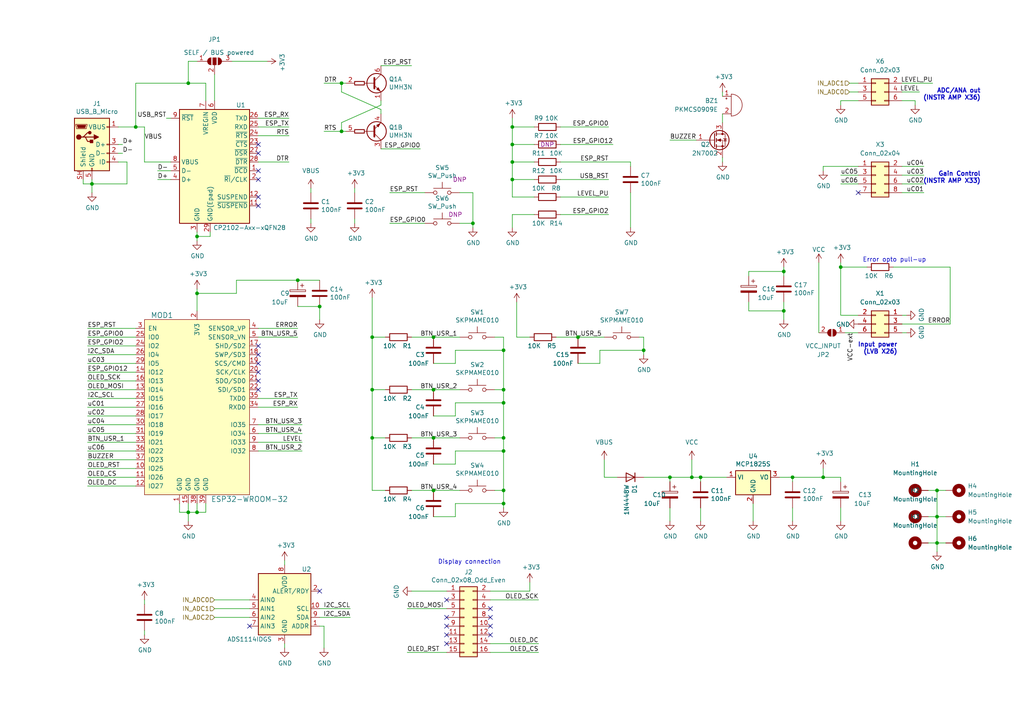
<source format=kicad_sch>
(kicad_sch (version 20211123) (generator eeschema)

  (uuid 60ff6322-62e2-4602-9bc0-7a0f0a5ecfbf)

  (paper "A4")

  

  (junction (at 107.95 97.79) (diameter 0) (color 0 0 0 0)
    (uuid 01640fbc-df19-4731-8c7e-f0206df31cb5)
  )
  (junction (at 86.36 81.28) (diameter 0) (color 0 0 0 0)
    (uuid 03e6a5ac-b562-4a91-acb3-f470adbe1f76)
  )
  (junction (at 271.78 149.86) (diameter 0) (color 0 0 0 0)
    (uuid 06247682-e63b-4f58-9982-8cc5ea0bfa1f)
  )
  (junction (at 167.64 97.79) (diameter 0) (color 0 0 0 0)
    (uuid 0b5e56c2-74b4-4f3b-971b-581bae97c652)
  )
  (junction (at 39.37 36.83) (diameter 0) (color 0 0 0 0)
    (uuid 12a24e86-2c38-4685-bba9-fff8dddb4cb0)
  )
  (junction (at 99.06 38.1) (diameter 0) (color 0 0 0 0)
    (uuid 180245d9-4a3f-4d1b-adcc-b4eafac722e0)
  )
  (junction (at 125.73 113.03) (diameter 0) (color 0 0 0 0)
    (uuid 1bfb1b1a-6079-412b-80ea-f4cc3a263d6f)
  )
  (junction (at 137.16 64.77) (diameter 0) (color 0 0 0 0)
    (uuid 1dfbf353-5b24-4c0f-8322-8fcd514ae75e)
  )
  (junction (at 26.67 53.34) (diameter 0) (color 0 0 0 0)
    (uuid 1f9ae101-c652-4998-a503-17aedf3d5746)
  )
  (junction (at 57.15 68.58) (diameter 0) (color 0 0 0 0)
    (uuid 36d783e7-096f-4c97-9672-7e08c083b87b)
  )
  (junction (at 99.06 24.13) (diameter 0) (color 0 0 0 0)
    (uuid 3c5e5ea9-793d-46e3-86bc-5884c4490dc7)
  )
  (junction (at 146.05 146.05) (diameter 0) (color 0 0 0 0)
    (uuid 3dc7c427-e5f7-45b6-9b78-d44441cb2cd4)
  )
  (junction (at 194.31 138.43) (diameter 0) (color 0 0 0 0)
    (uuid 42bcde0a-dc4d-47fe-b146-1fd3b876c584)
  )
  (junction (at 148.59 46.99) (diameter 0) (color 0 0 0 0)
    (uuid 4a54c707-7b6f-4a3d-a74d-5e3526114aba)
  )
  (junction (at 125.73 97.79) (diameter 0) (color 0 0 0 0)
    (uuid 4f294d48-de66-45bd-83d1-a4f60fb2a0c2)
  )
  (junction (at 243.84 77.47) (diameter 0) (color 0 0 0 0)
    (uuid 4f96ebad-bce0-4a4d-9c4a-24f31509b0a4)
  )
  (junction (at 227.33 90.17) (diameter 0) (color 0 0 0 0)
    (uuid 51ce53c6-1db6-49de-b8fe-efd681a4234a)
  )
  (junction (at 107.95 113.03) (diameter 0) (color 0 0 0 0)
    (uuid 5274bd4d-b3a6-421d-b926-4c46f9470e2f)
  )
  (junction (at 125.73 127) (diameter 0) (color 0 0 0 0)
    (uuid 58909626-c411-403a-969d-1d8865c1219c)
  )
  (junction (at 148.59 41.91) (diameter 0) (color 0 0 0 0)
    (uuid 60b393ef-b4cd-4d0d-b218-8e186321dab6)
  )
  (junction (at 54.61 24.13) (diameter 0) (color 0 0 0 0)
    (uuid 6298b17d-1371-40b7-97c8-a4a373d6325e)
  )
  (junction (at 227.33 78.74) (diameter 0) (color 0 0 0 0)
    (uuid 6671409d-cd16-4f6b-8442-801ad2934e52)
  )
  (junction (at 146.05 113.03) (diameter 0) (color 0 0 0 0)
    (uuid 68fdfae5-8943-4710-ad7d-348d2fdf7b79)
  )
  (junction (at 107.95 127) (diameter 0) (color 0 0 0 0)
    (uuid 7a8aa5f5-7463-41b0-8bf9-cafa61bf226c)
  )
  (junction (at 238.76 138.43) (diameter 0) (color 0 0 0 0)
    (uuid 7bea05d4-1dec-4cd6-aa53-302dde803254)
  )
  (junction (at 146.05 101.6) (diameter 0) (color 0 0 0 0)
    (uuid 7d7abbf0-e990-409b-a27f-6da5185b3886)
  )
  (junction (at 146.05 130.81) (diameter 0) (color 0 0 0 0)
    (uuid 81da9909-9778-4de7-b343-175c9db4675d)
  )
  (junction (at 148.59 36.83) (diameter 0) (color 0 0 0 0)
    (uuid 869d6302-ae22-478f-9723-3feacbb12eef)
  )
  (junction (at 54.61 148.59) (diameter 0) (color 0 0 0 0)
    (uuid 8bdea5f6-7a53-427a-92b8-fd15994c2e8c)
  )
  (junction (at 125.73 142.24) (diameter 0) (color 0 0 0 0)
    (uuid 90e35cda-49cc-4322-a075-051479032de3)
  )
  (junction (at 271.78 157.48) (diameter 0) (color 0 0 0 0)
    (uuid 99cf000f-9d19-4497-bf11-b67743740491)
  )
  (junction (at 146.05 127) (diameter 0) (color 0 0 0 0)
    (uuid 9cb4e056-3d41-4e5d-a5e3-7ea72564f03b)
  )
  (junction (at 186.69 101.6) (diameter 0) (color 0 0 0 0)
    (uuid 9ec0be17-3571-4cfd-83ca-c505602c3be6)
  )
  (junction (at 271.78 142.24) (diameter 0) (color 0 0 0 0)
    (uuid a05a7834-750d-4a18-8304-824742e986e6)
  )
  (junction (at 57.15 85.09) (diameter 0) (color 0 0 0 0)
    (uuid a5aedd37-46af-48af-8ae8-3785e245cc6e)
  )
  (junction (at 146.05 116.84) (diameter 0) (color 0 0 0 0)
    (uuid afa5d714-96d9-47f9-8d38-c592a7b78168)
  )
  (junction (at 148.59 52.07) (diameter 0) (color 0 0 0 0)
    (uuid b0720888-9b0a-494b-b5ed-b5bb634e1032)
  )
  (junction (at 146.05 142.24) (diameter 0) (color 0 0 0 0)
    (uuid b4e922d5-e9ae-4b96-b5bc-025ca63987dd)
  )
  (junction (at 229.87 138.43) (diameter 0) (color 0 0 0 0)
    (uuid de370984-7922-4327-a0ba-7cd613995df4)
  )
  (junction (at 203.2 138.43) (diameter 0) (color 0 0 0 0)
    (uuid e79c8e11-ed47-4701-ae80-a54cdb6682a5)
  )
  (junction (at 92.71 88.9) (diameter 0) (color 0 0 0 0)
    (uuid e94cdb40-163d-405e-b329-171a71a3c93d)
  )
  (junction (at 200.66 138.43) (diameter 0) (color 0 0 0 0)
    (uuid f4a1ab68-998b-43e3-aa33-40b58210bc99)
  )
  (junction (at 57.15 148.59) (diameter 0) (color 0 0 0 0)
    (uuid fa00d3f4-bb71-4b1d-aa40-ae9267e2c41f)
  )

  (no_connect (at 74.93 105.41) (uuid 083becc8-e25d-4206-9636-55457650bbe3))
  (no_connect (at 74.93 110.49) (uuid 10b74ec8-a945-4dff-9e89-049e2aee7861))
  (no_connect (at 74.93 41.91) (uuid 18c61c95-8af1-4986-b67e-c7af9c15ab6b))
  (no_connect (at 92.71 171.45) (uuid 247f29e8-e171-4803-927a-f3834e2cd1f3))
  (no_connect (at 142.24 179.07) (uuid 275b6416-db29-42cc-9307-bf426917c3b4))
  (no_connect (at 129.54 184.15) (uuid 29cbb0bc-f66b-4d11-80e7-5bb270e42496))
  (no_connect (at 142.24 176.53) (uuid 3c22d605-7855-4cc6-8ad2-906cadbd02dc))
  (no_connect (at 74.93 100.33) (uuid 3e3d55c8-e0ea-48fb-8421-a84b7cb7055b))
  (no_connect (at 74.93 44.45) (uuid 4e27930e-1827-4788-aa6b-487321d46602))
  (no_connect (at 74.93 59.69) (uuid 593b8647-0095-46cc-ba23-3cf2a86edb5e))
  (no_connect (at 74.93 57.15) (uuid 60aa0ce8-9d0e-48ca-bbf9-866403979e9b))
  (no_connect (at 74.93 102.87) (uuid 725cdf26-4b92-46db-bca9-10d930002dda))
  (no_connect (at 74.93 113.03) (uuid 79451892-db6b-4999-916d-6392174ee493))
  (no_connect (at 74.93 107.95) (uuid 7acd513a-187b-4936-9f93-2e521ce33ad5))
  (no_connect (at 74.93 49.53) (uuid 8cd050d6-228c-4da0-9533-b4f8d14cfb34))
  (no_connect (at 248.92 55.88) (uuid 8d066af3-56c2-49f2-80c2-5735fd07a0b4))
  (no_connect (at 142.24 181.61) (uuid 91fc5800-6029-46b1-848d-ca0091f97267))
  (no_connect (at 72.39 181.61) (uuid ac22db93-e727-4c57-90ff-022e6d7ff7f5))
  (no_connect (at 142.24 184.15) (uuid bb8162f0-99c8-4884-be5b-c0d0c7e81ff6))
  (no_connect (at 74.93 52.07) (uuid bde95c06-433a-4c03-bc48-e3abcdb4e054))
  (no_connect (at 129.54 179.07) (uuid c2dd13db-24b6-40f1-b75b-b9ab893d92ea))
  (no_connect (at 129.54 186.69) (uuid c401e9c6-1deb-4979-99be-7c801c952098))
  (no_connect (at 129.54 181.61) (uuid d1c19c11-0a13-4237-b6b4-fb2ef1db7c6d))
  (no_connect (at 129.54 173.99) (uuid df83f395-2d18-47e2-a370-952ca41c2b3a))

  (wire (pts (xy 261.62 48.26) (xy 267.97 48.26))
    (stroke (width 0) (type default) (color 0 0 0 0))
    (uuid 015af63e-dc2b-46b1-a32d-c2e3b8f44317)
  )
  (wire (pts (xy 229.87 147.32) (xy 229.87 151.13))
    (stroke (width 0) (type default) (color 0 0 0 0))
    (uuid 015f5586-ba76-4a98-9114-f5cd2c67134d)
  )
  (wire (pts (xy 167.64 97.79) (xy 175.26 97.79))
    (stroke (width 0) (type default) (color 0 0 0 0))
    (uuid 01a662f7-6cc5-4954-978c-538e90239add)
  )
  (wire (pts (xy 54.61 24.13) (xy 59.69 24.13))
    (stroke (width 0) (type default) (color 0 0 0 0))
    (uuid 0499d173-b579-4ab8-bc73-ea8ea6c4c700)
  )
  (wire (pts (xy 227.33 77.47) (xy 227.33 78.74))
    (stroke (width 0) (type default) (color 0 0 0 0))
    (uuid 0599d29b-9b82-4428-9c48-898c91f9af54)
  )
  (wire (pts (xy 217.17 78.74) (xy 217.17 80.01))
    (stroke (width 0) (type default) (color 0 0 0 0))
    (uuid 085f570a-c405-4fb1-9e0d-f6e50f432524)
  )
  (wire (pts (xy 68.58 81.28) (xy 86.36 81.28))
    (stroke (width 0) (type default) (color 0 0 0 0))
    (uuid 0904ac1a-aa6b-4164-8e23-8c17b0562eae)
  )
  (wire (pts (xy 57.15 68.58) (xy 57.15 67.31))
    (stroke (width 0) (type default) (color 0 0 0 0))
    (uuid 0a1a4d88-972a-46ce-b25e-6cb796bd41f7)
  )
  (wire (pts (xy 25.4 105.41) (xy 39.37 105.41))
    (stroke (width 0) (type default) (color 0 0 0 0))
    (uuid 0b9f21ed-3d41-4f23-ae45-74117a5f3153)
  )
  (wire (pts (xy 194.31 40.64) (xy 201.93 40.64))
    (stroke (width 0) (type default) (color 0 0 0 0))
    (uuid 0c254670-36cf-4fe3-ac41-e11e5f09a981)
  )
  (wire (pts (xy 203.2 138.43) (xy 210.82 138.43))
    (stroke (width 0) (type default) (color 0 0 0 0))
    (uuid 0c3c19de-317f-4c9d-8669-87659ab86d50)
  )
  (wire (pts (xy 107.95 113.03) (xy 107.95 127))
    (stroke (width 0) (type default) (color 0 0 0 0))
    (uuid 0dfb012a-26d7-4eba-ab1a-971bf4bc8671)
  )
  (wire (pts (xy 143.51 113.03) (xy 146.05 113.03))
    (stroke (width 0) (type default) (color 0 0 0 0))
    (uuid 10308f4d-322d-4ffc-af46-e623a283ea8b)
  )
  (wire (pts (xy 25.4 120.65) (xy 39.37 120.65))
    (stroke (width 0) (type default) (color 0 0 0 0))
    (uuid 10d8ad0e-6a08-4053-92aa-23a15910fd21)
  )
  (wire (pts (xy 243.84 91.44) (xy 243.84 77.47))
    (stroke (width 0) (type default) (color 0 0 0 0))
    (uuid 1180f33e-f224-4439-92e9-4a12a9c6cc68)
  )
  (wire (pts (xy 200.66 133.35) (xy 200.66 138.43))
    (stroke (width 0) (type default) (color 0 0 0 0))
    (uuid 12fa3c3f-3d14-451a-a6a8-884fd1b32fa7)
  )
  (wire (pts (xy 269.24 149.86) (xy 271.78 149.86))
    (stroke (width 0) (type default) (color 0 0 0 0))
    (uuid 158b10b5-4518-41cb-9154-c9cd6df1188d)
  )
  (wire (pts (xy 148.59 41.91) (xy 148.59 46.99))
    (stroke (width 0) (type default) (color 0 0 0 0))
    (uuid 15b0e923-529b-490e-8ba7-4f74a8e52c69)
  )
  (wire (pts (xy 125.73 127) (xy 133.35 127))
    (stroke (width 0) (type default) (color 0 0 0 0))
    (uuid 16442a35-06e5-486a-a1bf-a53e997d9a0f)
  )
  (wire (pts (xy 167.64 105.41) (xy 173.99 105.41))
    (stroke (width 0) (type default) (color 0 0 0 0))
    (uuid 1886a93c-7bc3-4c8a-8fef-a54a7a25cfa7)
  )
  (wire (pts (xy 62.23 176.53) (xy 72.39 176.53))
    (stroke (width 0) (type default) (color 0 0 0 0))
    (uuid 1a3896dc-e816-4c09-a57f-31e542bbd9ca)
  )
  (wire (pts (xy 186.69 102.87) (xy 186.69 101.6))
    (stroke (width 0) (type default) (color 0 0 0 0))
    (uuid 1aa35546-c260-44fd-916b-fbc941c9479d)
  )
  (wire (pts (xy 54.61 148.59) (xy 57.15 148.59))
    (stroke (width 0) (type default) (color 0 0 0 0))
    (uuid 1cb22080-0f59-4c18-a6e6-8685ef44ec53)
  )
  (wire (pts (xy 86.36 81.28) (xy 92.71 81.28))
    (stroke (width 0) (type default) (color 0 0 0 0))
    (uuid 1e7c4b37-f0dc-41f5-ad4a-34c06ae31b03)
  )
  (wire (pts (xy 100.33 24.13) (xy 99.06 24.13))
    (stroke (width 0) (type default) (color 0 0 0 0))
    (uuid 1fbb0219-551e-409b-a61b-76e8cebdfb9d)
  )
  (wire (pts (xy 68.58 81.28) (xy 68.58 85.09))
    (stroke (width 0) (type default) (color 0 0 0 0))
    (uuid 22236bec-4a4c-474c-8e18-3b9a0d884f03)
  )
  (wire (pts (xy 39.37 135.89) (xy 25.4 135.89))
    (stroke (width 0) (type default) (color 0 0 0 0))
    (uuid 22962957-1efd-404d-83db-5b233b6c15b0)
  )
  (wire (pts (xy 186.69 101.6) (xy 186.69 97.79))
    (stroke (width 0) (type default) (color 0 0 0 0))
    (uuid 2303f0ca-d89c-4397-886c-f4a3ed8b2ac2)
  )
  (wire (pts (xy 137.16 55.88) (xy 133.35 55.88))
    (stroke (width 0) (type default) (color 0 0 0 0))
    (uuid 269f19c3-6824-45a8-be29-fa58d70cbb42)
  )
  (wire (pts (xy 57.15 85.09) (xy 57.15 90.17))
    (stroke (width 0) (type default) (color 0 0 0 0))
    (uuid 27f4f09a-2e91-483d-9d43-b93c61785c52)
  )
  (wire (pts (xy 99.06 24.13) (xy 99.06 26.67))
    (stroke (width 0) (type default) (color 0 0 0 0))
    (uuid 28e37b45-f843-47c2-85c9-ca19f5430ece)
  )
  (wire (pts (xy 60.96 67.31) (xy 60.96 68.58))
    (stroke (width 0) (type default) (color 0 0 0 0))
    (uuid 29bb7297-26fb-4776-9266-2355d022bab0)
  )
  (wire (pts (xy 176.53 62.23) (xy 162.56 62.23))
    (stroke (width 0) (type default) (color 0 0 0 0))
    (uuid 2a1de22d-6451-488d-af77-0bf8841bd695)
  )
  (wire (pts (xy 92.71 88.9) (xy 92.71 92.71))
    (stroke (width 0) (type default) (color 0 0 0 0))
    (uuid 2a8c6d21-0f6f-4df3-b327-4e6eebb495be)
  )
  (wire (pts (xy 227.33 78.74) (xy 227.33 80.01))
    (stroke (width 0) (type default) (color 0 0 0 0))
    (uuid 2bca8664-e4d0-442d-b935-6dde2676186c)
  )
  (wire (pts (xy 217.17 87.63) (xy 217.17 90.17))
    (stroke (width 0) (type default) (color 0 0 0 0))
    (uuid 2c14e7aa-12f1-4138-bea3-66b4d9dff9b8)
  )
  (wire (pts (xy 25.4 123.19) (xy 39.37 123.19))
    (stroke (width 0) (type default) (color 0 0 0 0))
    (uuid 2cd5e95a-c3e2-4861-8cfc-23bebd747c31)
  )
  (wire (pts (xy 25.4 102.87) (xy 39.37 102.87))
    (stroke (width 0) (type default) (color 0 0 0 0))
    (uuid 2ea8fa6f-efc3-40fe-bcf9-05bfa46ead4f)
  )
  (wire (pts (xy 194.31 147.32) (xy 194.31 151.13))
    (stroke (width 0) (type default) (color 0 0 0 0))
    (uuid 2f424da3-8fae-4941-bc6d-20044787372f)
  )
  (wire (pts (xy 119.38 97.79) (xy 125.73 97.79))
    (stroke (width 0) (type default) (color 0 0 0 0))
    (uuid 2fe7c4aa-33bd-46c6-a02e-20bf7cb6875a)
  )
  (wire (pts (xy 62.23 21.59) (xy 62.23 29.21))
    (stroke (width 0) (type default) (color 0 0 0 0))
    (uuid 312cbb32-9571-49f3-9535-4901ee64b620)
  )
  (wire (pts (xy 82.55 186.69) (xy 82.55 187.96))
    (stroke (width 0) (type default) (color 0 0 0 0))
    (uuid 347562f5-b152-4e7b-8a69-40ca6daaaad4)
  )
  (wire (pts (xy 118.11 189.23) (xy 129.54 189.23))
    (stroke (width 0) (type default) (color 0 0 0 0))
    (uuid 355ced6c-c08a-4586-9a09-7a9c624536f6)
  )
  (wire (pts (xy 25.4 107.95) (xy 39.37 107.95))
    (stroke (width 0) (type default) (color 0 0 0 0))
    (uuid 35c6497a-18b9-491f-b131-e4297d8f96ca)
  )
  (wire (pts (xy 243.84 53.34) (xy 248.92 53.34))
    (stroke (width 0) (type default) (color 0 0 0 0))
    (uuid 35cc0305-9260-4d36-af70-8d262cfa0dc2)
  )
  (wire (pts (xy 34.29 46.99) (xy 36.83 46.99))
    (stroke (width 0) (type default) (color 0 0 0 0))
    (uuid 35ef9c4a-35f6-467b-a704-b1d9354880cf)
  )
  (wire (pts (xy 175.26 138.43) (xy 179.07 138.43))
    (stroke (width 0) (type default) (color 0 0 0 0))
    (uuid 36678768-a32e-4813-a9b3-64357dc54baa)
  )
  (wire (pts (xy 137.16 64.77) (xy 137.16 55.88))
    (stroke (width 0) (type default) (color 0 0 0 0))
    (uuid 38cfe839-c630-43d3-a9ec-6a89ba9e318a)
  )
  (wire (pts (xy 74.93 130.81) (xy 87.63 130.81))
    (stroke (width 0) (type default) (color 0 0 0 0))
    (uuid 3b05eff3-6c84-4618-90e0-0afab989aec9)
  )
  (wire (pts (xy 146.05 147.32) (xy 146.05 146.05))
    (stroke (width 0) (type default) (color 0 0 0 0))
    (uuid 3b753257-c6aa-48e2-8fbb-65e172254f49)
  )
  (wire (pts (xy 41.91 36.83) (xy 39.37 36.83))
    (stroke (width 0) (type default) (color 0 0 0 0))
    (uuid 3e0392c0-affc-4114-9de5-1f1cfe79418a)
  )
  (wire (pts (xy 118.11 176.53) (xy 129.54 176.53))
    (stroke (width 0) (type default) (color 0 0 0 0))
    (uuid 3ed2c840-383d-4cbd-bc3b-c4ea4c97b333)
  )
  (wire (pts (xy 146.05 146.05) (xy 146.05 142.24))
    (stroke (width 0) (type default) (color 0 0 0 0))
    (uuid 3ffe6a2d-e3b6-484a-acd4-401a37c287f6)
  )
  (wire (pts (xy 156.21 186.69) (xy 142.24 186.69))
    (stroke (width 0) (type default) (color 0 0 0 0))
    (uuid 4086cbd7-6ba7-4e63-8da9-17e60627ee17)
  )
  (wire (pts (xy 243.84 30.48) (xy 243.84 29.21))
    (stroke (width 0) (type default) (color 0 0 0 0))
    (uuid 41fd0096-953d-49a5-b7b1-c986c610c29b)
  )
  (wire (pts (xy 238.76 135.89) (xy 238.76 138.43))
    (stroke (width 0) (type default) (color 0 0 0 0))
    (uuid 42d3f9d6-2a47-41a8-b942-295fcb83bcd8)
  )
  (wire (pts (xy 162.56 46.99) (xy 182.88 46.99))
    (stroke (width 0) (type default) (color 0 0 0 0))
    (uuid 443bc73a-8dc0-4e2f-a292-a5eff00efa5b)
  )
  (wire (pts (xy 62.23 173.99) (xy 72.39 173.99))
    (stroke (width 0) (type default) (color 0 0 0 0))
    (uuid 4641c87c-bffa-41fe-ae77-be3a97a6f797)
  )
  (wire (pts (xy 243.84 151.13) (xy 243.84 147.32))
    (stroke (width 0) (type default) (color 0 0 0 0))
    (uuid 46cbe85d-ff47-428e-b187-4ebd50a66e0c)
  )
  (wire (pts (xy 25.4 118.11) (xy 39.37 118.11))
    (stroke (width 0) (type default) (color 0 0 0 0))
    (uuid 475ed8b3-90bf-48cd-bce5-d8f48b689541)
  )
  (wire (pts (xy 245.11 96.52) (xy 248.92 96.52))
    (stroke (width 0) (type default) (color 0 0 0 0))
    (uuid 489677ad-184d-4587-96cd-4d590757311e)
  )
  (wire (pts (xy 227.33 90.17) (xy 227.33 92.71))
    (stroke (width 0) (type default) (color 0 0 0 0))
    (uuid 4993a142-e774-4850-854f-e26af5f6153a)
  )
  (wire (pts (xy 107.95 113.03) (xy 111.76 113.03))
    (stroke (width 0) (type default) (color 0 0 0 0))
    (uuid 4a4949c5-b952-4a5d-99cd-15958bb1c0a7)
  )
  (wire (pts (xy 148.59 52.07) (xy 148.59 46.99))
    (stroke (width 0) (type default) (color 0 0 0 0))
    (uuid 4b1fce17-dec7-457e-ba3b-a77604e77dc9)
  )
  (wire (pts (xy 113.03 64.77) (xy 123.19 64.77))
    (stroke (width 0) (type default) (color 0 0 0 0))
    (uuid 4cafb73d-1ad8-4d24-acf7-63d78095ae46)
  )
  (wire (pts (xy 35.56 44.45) (xy 34.29 44.45))
    (stroke (width 0) (type default) (color 0 0 0 0))
    (uuid 4d4fecdd-be4a-47e9-9085-2268d5852d8f)
  )
  (wire (pts (xy 238.76 49.53) (xy 238.76 48.26))
    (stroke (width 0) (type default) (color 0 0 0 0))
    (uuid 4e20d7ba-c629-4b03-a4fa-1c53eed54d3d)
  )
  (wire (pts (xy 125.73 97.79) (xy 133.35 97.79))
    (stroke (width 0) (type default) (color 0 0 0 0))
    (uuid 4ed0a268-7cdd-4a80-9883-cf3ce5a7ce6b)
  )
  (wire (pts (xy 162.56 41.91) (xy 177.8 41.91))
    (stroke (width 0) (type default) (color 0 0 0 0))
    (uuid 4f852024-4528-4c29-b48d-f8741aff91c1)
  )
  (wire (pts (xy 132.08 105.41) (xy 132.08 101.6))
    (stroke (width 0) (type default) (color 0 0 0 0))
    (uuid 4fe2da4e-964c-447f-8a3a-aa5d0297d9fe)
  )
  (wire (pts (xy 57.15 85.09) (xy 68.58 85.09))
    (stroke (width 0) (type default) (color 0 0 0 0))
    (uuid 4fe48c78-c334-4b58-8387-fec141661466)
  )
  (wire (pts (xy 269.24 142.24) (xy 271.78 142.24))
    (stroke (width 0) (type default) (color 0 0 0 0))
    (uuid 507284db-988b-49b4-b378-aaf787319767)
  )
  (wire (pts (xy 218.44 146.05) (xy 218.44 151.13))
    (stroke (width 0) (type default) (color 0 0 0 0))
    (uuid 541721d1-074b-496e-a833-813044b3e8ca)
  )
  (wire (pts (xy 99.06 35.56) (xy 99.06 38.1))
    (stroke (width 0) (type default) (color 0 0 0 0))
    (uuid 54212c01-b363-47b8-a145-45c40df316f4)
  )
  (wire (pts (xy 137.16 66.04) (xy 137.16 64.77))
    (stroke (width 0) (type default) (color 0 0 0 0))
    (uuid 582622a2-fad4-4737-9a80-be9fffbba8ab)
  )
  (wire (pts (xy 133.35 64.77) (xy 137.16 64.77))
    (stroke (width 0) (type default) (color 0 0 0 0))
    (uuid 5889287d-b845-4684-b23e-663811b25d27)
  )
  (wire (pts (xy 74.93 95.25) (xy 86.36 95.25))
    (stroke (width 0) (type default) (color 0 0 0 0))
    (uuid 595be453-f7ae-43a4-98dc-9f4206218d14)
  )
  (wire (pts (xy 26.67 53.34) (xy 26.67 52.07))
    (stroke (width 0) (type default) (color 0 0 0 0))
    (uuid 5c30b9b4-3014-4f50-9329-27a539b67e01)
  )
  (wire (pts (xy 54.61 17.78) (xy 54.61 24.13))
    (stroke (width 0) (type default) (color 0 0 0 0))
    (uuid 5da50ad6-92c3-40ce-9ac7-6537cd607e43)
  )
  (wire (pts (xy 132.08 116.84) (xy 146.05 116.84))
    (stroke (width 0) (type default) (color 0 0 0 0))
    (uuid 5dd9331b-14fc-438b-bcc8-6318b45292c2)
  )
  (wire (pts (xy 25.4 138.43) (xy 39.37 138.43))
    (stroke (width 0) (type default) (color 0 0 0 0))
    (uuid 5f312b85-6822-40a3-b417-2df49696ca2d)
  )
  (wire (pts (xy 57.15 146.05) (xy 57.15 148.59))
    (stroke (width 0) (type default) (color 0 0 0 0))
    (uuid 5ff19d63-2cb4-438b-93c4-e66d37a05329)
  )
  (wire (pts (xy 57.15 148.59) (xy 59.69 148.59))
    (stroke (width 0) (type default) (color 0 0 0 0))
    (uuid 616287d9-a51f-498c-8b91-be46a0aa3a7f)
  )
  (wire (pts (xy 143.51 127) (xy 146.05 127))
    (stroke (width 0) (type default) (color 0 0 0 0))
    (uuid 62c54e83-debd-42e9-b6b0-aaa706a2ff13)
  )
  (wire (pts (xy 182.88 66.04) (xy 182.88 55.88))
    (stroke (width 0) (type default) (color 0 0 0 0))
    (uuid 633292d3-80c5-4986-be82-ce926e9f09f4)
  )
  (wire (pts (xy 59.69 148.59) (xy 59.69 146.05))
    (stroke (width 0) (type default) (color 0 0 0 0))
    (uuid 637f12be-fa48-4ce4-96b2-04c21a8795c8)
  )
  (wire (pts (xy 153.67 171.45) (xy 142.24 171.45))
    (stroke (width 0) (type default) (color 0 0 0 0))
    (uuid 63caf46e-0228-40de-b819-c6bd29dd1711)
  )
  (wire (pts (xy 39.37 24.13) (xy 39.37 36.83))
    (stroke (width 0) (type default) (color 0 0 0 0))
    (uuid 6513181c-0a6a-4560-9a18-17450c36ae2a)
  )
  (wire (pts (xy 146.05 101.6) (xy 146.05 113.03))
    (stroke (width 0) (type default) (color 0 0 0 0))
    (uuid 65388e2e-32ea-41d7-98a2-35744b85e784)
  )
  (wire (pts (xy 146.05 97.79) (xy 143.51 97.79))
    (stroke (width 0) (type default) (color 0 0 0 0))
    (uuid 673897c0-277a-4fdb-9be1-18d140fcfb9c)
  )
  (wire (pts (xy 246.38 24.13) (xy 248.92 24.13))
    (stroke (width 0) (type default) (color 0 0 0 0))
    (uuid 67a63d8e-5e42-4c12-826d-9f0cd0cfb517)
  )
  (wire (pts (xy 186.69 138.43) (xy 194.31 138.43))
    (stroke (width 0) (type default) (color 0 0 0 0))
    (uuid 68925b9d-74cf-4af8-ac09-0b2e07d90db1)
  )
  (wire (pts (xy 243.84 77.47) (xy 243.84 76.2))
    (stroke (width 0) (type default) (color 0 0 0 0))
    (uuid 6898ce2c-c7d0-4991-80fd-1bc9797ec472)
  )
  (wire (pts (xy 125.73 134.62) (xy 132.08 134.62))
    (stroke (width 0) (type default) (color 0 0 0 0))
    (uuid 6899b026-3b64-4037-bed1-640f04ac41d7)
  )
  (wire (pts (xy 175.26 133.35) (xy 175.26 138.43))
    (stroke (width 0) (type default) (color 0 0 0 0))
    (uuid 68aa4259-2640-4681-87b7-defe905bc278)
  )
  (wire (pts (xy 148.59 34.29) (xy 148.59 36.83))
    (stroke (width 0) (type default) (color 0 0 0 0))
    (uuid 691af561-538d-4e8f-a916-26cad45eb7d6)
  )
  (wire (pts (xy 176.53 52.07) (xy 162.56 52.07))
    (stroke (width 0) (type default) (color 0 0 0 0))
    (uuid 6ac3ab53-7523-4805-bfd2-5de19dff127e)
  )
  (wire (pts (xy 146.05 130.81) (xy 146.05 142.24))
    (stroke (width 0) (type default) (color 0 0 0 0))
    (uuid 6d4ab6f9-b483-459e-b7b7-7b2e8fa44480)
  )
  (wire (pts (xy 39.37 97.79) (xy 25.4 97.79))
    (stroke (width 0) (type default) (color 0 0 0 0))
    (uuid 6f580eb1-88cc-489d-a7ca-9efa5e590715)
  )
  (wire (pts (xy 125.73 120.65) (xy 132.08 120.65))
    (stroke (width 0) (type default) (color 0 0 0 0))
    (uuid 6f81f3f4-fc1e-4be8-92d7-32713d46998c)
  )
  (wire (pts (xy 54.61 148.59) (xy 54.61 151.13))
    (stroke (width 0) (type default) (color 0 0 0 0))
    (uuid 701e1517-e8cf-46f4-b538-98e721c97380)
  )
  (wire (pts (xy 92.71 181.61) (xy 93.98 181.61))
    (stroke (width 0) (type default) (color 0 0 0 0))
    (uuid 70d34adf-9bd8-469e-8c77-5c0d7adf511e)
  )
  (wire (pts (xy 49.53 52.07) (xy 45.72 52.07))
    (stroke (width 0) (type default) (color 0 0 0 0))
    (uuid 71c6e723-673c-45a9-a0e4-9742220c52a3)
  )
  (wire (pts (xy 119.38 171.45) (xy 129.54 171.45))
    (stroke (width 0) (type default) (color 0 0 0 0))
    (uuid 7233cb6b-d8fd-4fcd-9b4f-8b0ed19b1b12)
  )
  (wire (pts (xy 209.55 33.02) (xy 209.55 35.56))
    (stroke (width 0) (type default) (color 0 0 0 0))
    (uuid 73abb1c8-dae6-4fcd-9035-3cd634208c53)
  )
  (wire (pts (xy 41.91 184.15) (xy 41.91 182.88))
    (stroke (width 0) (type default) (color 0 0 0 0))
    (uuid 73fbe87f-3928-49c2-bf87-839d907c6aef)
  )
  (wire (pts (xy 261.62 93.98) (xy 275.59 93.98))
    (stroke (width 0) (type default) (color 0 0 0 0))
    (uuid 747a6a4c-4641-4b0c-9c0e-f5fe21c8d40b)
  )
  (wire (pts (xy 237.49 76.2) (xy 237.49 96.52))
    (stroke (width 0) (type default) (color 0 0 0 0))
    (uuid 74bb6dcf-0765-4cd7-be56-d63c5caf22b6)
  )
  (wire (pts (xy 86.36 118.11) (xy 74.93 118.11))
    (stroke (width 0) (type default) (color 0 0 0 0))
    (uuid 76afa8e0-9b3a-439d-843c-ad039d3b6354)
  )
  (wire (pts (xy 39.37 24.13) (xy 54.61 24.13))
    (stroke (width 0) (type default) (color 0 0 0 0))
    (uuid 7a4c9148-cc21-409c-a0e4-84d9c4ff88c0)
  )
  (wire (pts (xy 83.82 34.29) (xy 74.93 34.29))
    (stroke (width 0) (type default) (color 0 0 0 0))
    (uuid 7a74c4b1-6243-4a12-85a2-bc41d346e7aa)
  )
  (wire (pts (xy 271.78 149.86) (xy 274.32 149.86))
    (stroke (width 0) (type default) (color 0 0 0 0))
    (uuid 7b2bd544-5fe1-4aa3-bb1a-bc78194a3769)
  )
  (wire (pts (xy 25.4 110.49) (xy 39.37 110.49))
    (stroke (width 0) (type default) (color 0 0 0 0))
    (uuid 7b766787-7689-40b8-9ef5-c0b1af45a9ae)
  )
  (wire (pts (xy 269.24 157.48) (xy 271.78 157.48))
    (stroke (width 0) (type default) (color 0 0 0 0))
    (uuid 7bf45091-9dc2-4d0e-ad54-9469dcd93e24)
  )
  (wire (pts (xy 110.49 29.21) (xy 110.49 30.48))
    (stroke (width 0) (type default) (color 0 0 0 0))
    (uuid 7bfba61b-6752-4a45-9ee6-5984dcb15041)
  )
  (wire (pts (xy 25.4 130.81) (xy 39.37 130.81))
    (stroke (width 0) (type default) (color 0 0 0 0))
    (uuid 7c3789d2-16d5-44bc-866d-b664353827d4)
  )
  (wire (pts (xy 148.59 36.83) (xy 154.94 36.83))
    (stroke (width 0) (type default) (color 0 0 0 0))
    (uuid 7ce7415d-7c22-49f6-8215-488853ccc8c6)
  )
  (wire (pts (xy 83.82 39.37) (xy 74.93 39.37))
    (stroke (width 0) (type default) (color 0 0 0 0))
    (uuid 7d76d925-f900-42af-a03f-bb32d2381b09)
  )
  (wire (pts (xy 132.08 120.65) (xy 132.08 116.84))
    (stroke (width 0) (type default) (color 0 0 0 0))
    (uuid 7efd7141-906b-4fe6-aaef-96cb49e701cc)
  )
  (wire (pts (xy 92.71 176.53) (xy 101.6 176.53))
    (stroke (width 0) (type default) (color 0 0 0 0))
    (uuid 7f9683c1-2203-43df-8fa1-719a0dc360df)
  )
  (wire (pts (xy 35.56 41.91) (xy 34.29 41.91))
    (stroke (width 0) (type default) (color 0 0 0 0))
    (uuid 8458d41c-5d62-455d-b6e1-9f718c0faac9)
  )
  (wire (pts (xy 146.05 116.84) (xy 146.05 127))
    (stroke (width 0) (type default) (color 0 0 0 0))
    (uuid 859bdde2-aade-4f27-b25e-30e0efbe49ff)
  )
  (wire (pts (xy 99.06 26.67) (xy 110.49 31.75))
    (stroke (width 0) (type default) (color 0 0 0 0))
    (uuid 88610282-a92d-4c3d-917a-ea95d59e0759)
  )
  (wire (pts (xy 24.13 52.07) (xy 24.13 53.34))
    (stroke (width 0) (type default) (color 0 0 0 0))
    (uuid 88cb65f4-7e9e-44eb-8692-3b6e2e788a94)
  )
  (wire (pts (xy 107.95 86.36) (xy 107.95 97.79))
    (stroke (width 0) (type default) (color 0 0 0 0))
    (uuid 88f27ee3-c89c-40d1-b8eb-c5f74feeffa4)
  )
  (wire (pts (xy 265.43 30.48) (xy 265.43 29.21))
    (stroke (width 0) (type default) (color 0 0 0 0))
    (uuid 8aad3d29-2740-4fa0-b6af-1a1329d465f6)
  )
  (wire (pts (xy 153.67 168.91) (xy 153.67 171.45))
    (stroke (width 0) (type default) (color 0 0 0 0))
    (uuid 8aff0f38-92a8-45ec-b106-b185e93ca3fd)
  )
  (wire (pts (xy 57.15 83.82) (xy 57.15 85.09))
    (stroke (width 0) (type default) (color 0 0 0 0))
    (uuid 8b7bbefd-8f78-41f8-809c-2534a5de3b39)
  )
  (wire (pts (xy 107.95 97.79) (xy 107.95 113.03))
    (stroke (width 0) (type default) (color 0 0 0 0))
    (uuid 8dae6da0-3ed8-49b1-b05d-de10f136f162)
  )
  (wire (pts (xy 209.55 26.67) (xy 209.55 27.94))
    (stroke (width 0) (type default) (color 0 0 0 0))
    (uuid 8ee96512-3f68-4bae-801d-8d5a52f9e457)
  )
  (wire (pts (xy 161.29 97.79) (xy 167.64 97.79))
    (stroke (width 0) (type default) (color 0 0 0 0))
    (uuid 901aa07d-6cfe-4a24-bca8-c21fbb117c43)
  )
  (wire (pts (xy 227.33 87.63) (xy 227.33 90.17))
    (stroke (width 0) (type default) (color 0 0 0 0))
    (uuid 9145d79d-9e96-4713-96c4-d2ce315674c6)
  )
  (wire (pts (xy 148.59 57.15) (xy 154.94 57.15))
    (stroke (width 0) (type default) (color 0 0 0 0))
    (uuid 91c5fd05-0f35-4f45-9e22-190c715a42fa)
  )
  (wire (pts (xy 119.38 19.05) (xy 110.49 19.05))
    (stroke (width 0) (type default) (color 0 0 0 0))
    (uuid 92035a88-6c95-4a61-bd8a-cb8dd9e5018a)
  )
  (wire (pts (xy 261.62 29.21) (xy 265.43 29.21))
    (stroke (width 0) (type default) (color 0 0 0 0))
    (uuid 92cbddca-47cc-432e-84d9-921c2a617f95)
  )
  (wire (pts (xy 217.17 90.17) (xy 227.33 90.17))
    (stroke (width 0) (type default) (color 0 0 0 0))
    (uuid 94437452-056d-4f3f-bfbe-9eaf41c9f059)
  )
  (wire (pts (xy 86.36 115.57) (xy 74.93 115.57))
    (stroke (width 0) (type default) (color 0 0 0 0))
    (uuid 946404ba-9297-43ec-9d67-30184041145f)
  )
  (wire (pts (xy 271.78 157.48) (xy 274.32 157.48))
    (stroke (width 0) (type default) (color 0 0 0 0))
    (uuid 94909248-3fad-4ce1-8127-29c7227c74f9)
  )
  (wire (pts (xy 25.4 115.57) (xy 39.37 115.57))
    (stroke (width 0) (type default) (color 0 0 0 0))
    (uuid 9529c01f-e1cd-40be-b7f0-83780a544249)
  )
  (wire (pts (xy 102.87 54.61) (xy 102.87 55.88))
    (stroke (width 0) (type default) (color 0 0 0 0))
    (uuid 955cc99e-a129-42cf-abc7-aa99813fdb5f)
  )
  (wire (pts (xy 74.93 97.79) (xy 86.36 97.79))
    (stroke (width 0) (type default) (color 0 0 0 0))
    (uuid 967fc0bc-597e-401a-8ec4-8208a7728694)
  )
  (wire (pts (xy 132.08 134.62) (xy 132.08 130.81))
    (stroke (width 0) (type default) (color 0 0 0 0))
    (uuid 96adee0c-9b19-4da3-8aa4-1495eac0131b)
  )
  (wire (pts (xy 238.76 48.26) (xy 248.92 48.26))
    (stroke (width 0) (type default) (color 0 0 0 0))
    (uuid 973193ec-8f37-49e2-8624-764e3d728c0c)
  )
  (wire (pts (xy 125.73 149.86) (xy 132.08 149.86))
    (stroke (width 0) (type default) (color 0 0 0 0))
    (uuid 973e2a42-89e8-4f6b-8a85-136ec32ee787)
  )
  (wire (pts (xy 54.61 17.78) (xy 57.15 17.78))
    (stroke (width 0) (type default) (color 0 0 0 0))
    (uuid 9782ef92-ead2-4e46-b14d-da048e48b7dd)
  )
  (wire (pts (xy 110.49 31.75) (xy 110.49 33.02))
    (stroke (width 0) (type default) (color 0 0 0 0))
    (uuid 98914cc3-56fe-40bb-820a-3d157225c145)
  )
  (wire (pts (xy 87.63 128.27) (xy 74.93 128.27))
    (stroke (width 0) (type default) (color 0 0 0 0))
    (uuid 99186658-0361-40ba-ae93-62f23c5622e6)
  )
  (wire (pts (xy 100.33 38.1) (xy 99.06 38.1))
    (stroke (width 0) (type default) (color 0 0 0 0))
    (uuid 99332785-d9f1-4363-9377-26ddc18e6d2c)
  )
  (wire (pts (xy 110.49 30.48) (xy 99.06 35.56))
    (stroke (width 0) (type default) (color 0 0 0 0))
    (uuid 99dfa524-0366-4808-b4e8-328fc38e8656)
  )
  (wire (pts (xy 148.59 57.15) (xy 148.59 52.07))
    (stroke (width 0) (type default) (color 0 0 0 0))
    (uuid 9a31fc37-8908-41af-be46-b67258512f21)
  )
  (wire (pts (xy 243.84 29.21) (xy 248.92 29.21))
    (stroke (width 0) (type default) (color 0 0 0 0))
    (uuid 9b6994e6-c40e-498d-ac9f-887afe9ad4a8)
  )
  (wire (pts (xy 99.06 24.13) (xy 93.98 24.13))
    (stroke (width 0) (type default) (color 0 0 0 0))
    (uuid 9dcdc92b-2219-4a4a-8954-45f02cc3ab25)
  )
  (wire (pts (xy 271.78 142.24) (xy 271.78 149.86))
    (stroke (width 0) (type default) (color 0 0 0 0))
    (uuid 9f792bb0-4ce8-4ef6-b3c5-49aa1bcfd23b)
  )
  (wire (pts (xy 185.42 97.79) (xy 186.69 97.79))
    (stroke (width 0) (type default) (color 0 0 0 0))
    (uuid a078bdaf-7ad4-4663-aaa6-7ef9460f6c57)
  )
  (wire (pts (xy 271.78 157.48) (xy 271.78 160.02))
    (stroke (width 0) (type default) (color 0 0 0 0))
    (uuid a26ecf8d-5199-4a2f-b088-cc87a53cc5b7)
  )
  (wire (pts (xy 143.51 142.24) (xy 146.05 142.24))
    (stroke (width 0) (type default) (color 0 0 0 0))
    (uuid a44cdec3-db25-4afd-a8ae-a736db47a9ab)
  )
  (wire (pts (xy 238.76 138.43) (xy 243.84 138.43))
    (stroke (width 0) (type default) (color 0 0 0 0))
    (uuid a5362821-c161-4c7a-a00c-40e1d7472d56)
  )
  (wire (pts (xy 54.61 146.05) (xy 54.61 148.59))
    (stroke (width 0) (type default) (color 0 0 0 0))
    (uuid a599509f-fbb9-4db4-9adf-9e96bab1138d)
  )
  (wire (pts (xy 82.55 162.56) (xy 82.55 163.83))
    (stroke (width 0) (type default) (color 0 0 0 0))
    (uuid a64aeb89-c24a-493b-9aab-87a6be930bde)
  )
  (wire (pts (xy 261.62 26.67) (xy 266.7 26.67))
    (stroke (width 0) (type default) (color 0 0 0 0))
    (uuid a6c90766-c5b7-4475-93b4-c1810fa2a1fb)
  )
  (wire (pts (xy 39.37 100.33) (xy 25.4 100.33))
    (stroke (width 0) (type default) (color 0 0 0 0))
    (uuid a76a574b-1cac-43eb-81e6-0e2e278cea39)
  )
  (wire (pts (xy 86.36 88.9) (xy 92.71 88.9))
    (stroke (width 0) (type default) (color 0 0 0 0))
    (uuid a7b5511b-61ec-459a-8110-aca80e1a7bae)
  )
  (wire (pts (xy 36.83 53.34) (xy 26.67 53.34))
    (stroke (width 0) (type default) (color 0 0 0 0))
    (uuid a7f25f41-0b4c-4430-b6cd-b2160b2db099)
  )
  (wire (pts (xy 156.21 173.99) (xy 142.24 173.99))
    (stroke (width 0) (type default) (color 0 0 0 0))
    (uuid a7fc0812-140f-4d96-9cd8-ead8c1c610b1)
  )
  (wire (pts (xy 227.33 78.74) (xy 217.17 78.74))
    (stroke (width 0) (type default) (color 0 0 0 0))
    (uuid a7fdef50-08c5-46b0-af04-edaff218e6d7)
  )
  (wire (pts (xy 25.4 128.27) (xy 39.37 128.27))
    (stroke (width 0) (type default) (color 0 0 0 0))
    (uuid a8895680-35f2-4d63-8411-7d3e53eea38c)
  )
  (wire (pts (xy 125.73 142.24) (xy 133.35 142.24))
    (stroke (width 0) (type default) (color 0 0 0 0))
    (uuid a92b273a-9d1e-4ec1-9b4f-75f4223ef71c)
  )
  (wire (pts (xy 203.2 138.43) (xy 200.66 138.43))
    (stroke (width 0) (type default) (color 0 0 0 0))
    (uuid aa047297-22f8-4de0-a969-0b3451b8e164)
  )
  (wire (pts (xy 48.26 34.29) (xy 49.53 34.29))
    (stroke (width 0) (type default) (color 0 0 0 0))
    (uuid aa1c6f47-cbd4-4cbd-8265-e5ac08b7ffc8)
  )
  (wire (pts (xy 203.2 139.7) (xy 203.2 138.43))
    (stroke (width 0) (type default) (color 0 0 0 0))
    (uuid ab8b0540-9c9f-4195-88f5-7bed0b0a8ed6)
  )
  (wire (pts (xy 119.38 127) (xy 125.73 127))
    (stroke (width 0) (type default) (color 0 0 0 0))
    (uuid abfb1de5-d0bd-428b-bcb8-a663cdb38afb)
  )
  (wire (pts (xy 271.78 142.24) (xy 274.32 142.24))
    (stroke (width 0) (type default) (color 0 0 0 0))
    (uuid ad447990-ceaf-4223-9235-c1212b591979)
  )
  (wire (pts (xy 25.4 133.35) (xy 39.37 133.35))
    (stroke (width 0) (type default) (color 0 0 0 0))
    (uuid af186015-d283-4209-aade-a247e5de01df)
  )
  (wire (pts (xy 119.38 113.03) (xy 125.73 113.03))
    (stroke (width 0) (type default) (color 0 0 0 0))
    (uuid af5e760d-76de-426f-819c-4955a7241bd1)
  )
  (wire (pts (xy 229.87 138.43) (xy 238.76 138.43))
    (stroke (width 0) (type default) (color 0 0 0 0))
    (uuid b0b4c3cb-e7ea-49c0-8162-be3bbab3e4ec)
  )
  (wire (pts (xy 39.37 95.25) (xy 25.4 95.25))
    (stroke (width 0) (type default) (color 0 0 0 0))
    (uuid b13e8448-bf35-4ec0-9c70-3f2250718cc2)
  )
  (wire (pts (xy 90.17 54.61) (xy 90.17 55.88))
    (stroke (width 0) (type default) (color 0 0 0 0))
    (uuid b284f609-dc7e-49cd-a56e-df0cd19c4a61)
  )
  (wire (pts (xy 41.91 36.83) (xy 41.91 46.99))
    (stroke (width 0) (type default) (color 0 0 0 0))
    (uuid b4833916-7a3e-4498-86fb-ec6d13262ffe)
  )
  (wire (pts (xy 261.62 96.52) (xy 262.89 96.52))
    (stroke (width 0) (type default) (color 0 0 0 0))
    (uuid b5ca430a-e13d-4d7d-be71-0ff638b3b46d)
  )
  (wire (pts (xy 243.84 138.43) (xy 243.84 139.7))
    (stroke (width 0) (type default) (color 0 0 0 0))
    (uuid b794d099-f823-4d35-9755-ca1c45247ee9)
  )
  (wire (pts (xy 194.31 138.43) (xy 194.31 139.7))
    (stroke (width 0) (type default) (color 0 0 0 0))
    (uuid b7d06af4-a5b1-447f-9b1a-8b44eb1cc204)
  )
  (wire (pts (xy 36.83 46.99) (xy 36.83 53.34))
    (stroke (width 0) (type default) (color 0 0 0 0))
    (uuid b8b961e9-8a60-45fc-999a-a7a3baff4e0d)
  )
  (wire (pts (xy 39.37 140.97) (xy 25.4 140.97))
    (stroke (width 0) (type default) (color 0 0 0 0))
    (uuid bd085057-7c0e-463a-982b-968a2dc1f0f8)
  )
  (wire (pts (xy 275.59 77.47) (xy 259.08 77.47))
    (stroke (width 0) (type default) (color 0 0 0 0))
    (uuid bd19905a-c686-45c9-a5c3-1a26b1b34b21)
  )
  (wire (pts (xy 25.4 125.73) (xy 39.37 125.73))
    (stroke (width 0) (type default) (color 0 0 0 0))
    (uuid bd2d50c7-611d-4b1c-b23d-4699a6fd4f08)
  )
  (wire (pts (xy 132.08 101.6) (xy 146.05 101.6))
    (stroke (width 0) (type default) (color 0 0 0 0))
    (uuid bda69d40-0583-4572-8bf6-8d3c9ce5fd61)
  )
  (wire (pts (xy 173.99 105.41) (xy 173.99 101.6))
    (stroke (width 0) (type default) (color 0 0 0 0))
    (uuid be0ad481-40c5-4e96-a8af-132bf1c3b0d5)
  )
  (wire (pts (xy 123.19 55.88) (xy 113.03 55.88))
    (stroke (width 0) (type default) (color 0 0 0 0))
    (uuid be4b72db-0e02-4d9b-844a-aff689b4e648)
  )
  (wire (pts (xy 162.56 57.15) (xy 176.53 57.15))
    (stroke (width 0) (type default) (color 0 0 0 0))
    (uuid bf6aa18c-14e8-45af-9518-7efe1ac8851a)
  )
  (wire (pts (xy 148.59 36.83) (xy 148.59 41.91))
    (stroke (width 0) (type default) (color 0 0 0 0))
    (uuid c1bac86f-cbf6-4c5b-b60d-c26fa73d9c09)
  )
  (wire (pts (xy 261.62 53.34) (xy 267.97 53.34))
    (stroke (width 0) (type default) (color 0 0 0 0))
    (uuid c71e3f9a-34b4-468b-aa9d-043c2a044b2b)
  )
  (wire (pts (xy 121.92 43.18) (xy 110.49 43.18))
    (stroke (width 0) (type default) (color 0 0 0 0))
    (uuid c8b6b273-3d20-4a46-8069-f6d608563604)
  )
  (wire (pts (xy 173.99 101.6) (xy 186.69 101.6))
    (stroke (width 0) (type default) (color 0 0 0 0))
    (uuid c8e61f9d-88c3-473c-b8d0-563725f7ae15)
  )
  (wire (pts (xy 275.59 93.98) (xy 275.59 77.47))
    (stroke (width 0) (type default) (color 0 0 0 0))
    (uuid c94ad1b3-7b2b-4997-af2b-4d21d16a3344)
  )
  (wire (pts (xy 132.08 130.81) (xy 146.05 130.81))
    (stroke (width 0) (type default) (color 0 0 0 0))
    (uuid c9d19072-5224-4dbc-b6fc-aa87fa250bf6)
  )
  (wire (pts (xy 246.38 26.67) (xy 248.92 26.67))
    (stroke (width 0) (type default) (color 0 0 0 0))
    (uuid ca6cf766-397d-4c7d-bcf2-35d009e27539)
  )
  (wire (pts (xy 107.95 127) (xy 111.76 127))
    (stroke (width 0) (type default) (color 0 0 0 0))
    (uuid ca870bee-a3e3-46f6-bbdf-4e5eec62a3a4)
  )
  (wire (pts (xy 93.98 181.61) (xy 93.98 187.96))
    (stroke (width 0) (type default) (color 0 0 0 0))
    (uuid cb083d38-4f11-4a80-8b19-ab751c405e4a)
  )
  (wire (pts (xy 60.96 68.58) (xy 57.15 68.58))
    (stroke (width 0) (type default) (color 0 0 0 0))
    (uuid cb6062da-8dcd-4826-92fd-4071e9e97213)
  )
  (wire (pts (xy 52.07 146.05) (xy 52.07 148.59))
    (stroke (width 0) (type default) (color 0 0 0 0))
    (uuid cbebc05a-c4dd-4baf-8c08-196e84e08b27)
  )
  (wire (pts (xy 41.91 46.99) (xy 49.53 46.99))
    (stroke (width 0) (type default) (color 0 0 0 0))
    (uuid cc48dd41-7768-48d3-b096-2c4cc2126c9d)
  )
  (wire (pts (xy 261.62 50.8) (xy 267.97 50.8))
    (stroke (width 0) (type default) (color 0 0 0 0))
    (uuid ce20a56b-3504-4bfc-bbf1-cd076f8d7ec4)
  )
  (wire (pts (xy 132.08 149.86) (xy 132.08 146.05))
    (stroke (width 0) (type default) (color 0 0 0 0))
    (uuid cedfb0d8-0e1d-44e0-bf51-3a997c386416)
  )
  (wire (pts (xy 90.17 64.77) (xy 90.17 63.5))
    (stroke (width 0) (type default) (color 0 0 0 0))
    (uuid cf815d51-c956-4c5a-adde-c373cb025b07)
  )
  (wire (pts (xy 203.2 147.32) (xy 203.2 151.13))
    (stroke (width 0) (type default) (color 0 0 0 0))
    (uuid d05faa1f-5f69-41bf-86d3-2cd224432e1b)
  )
  (wire (pts (xy 74.93 123.19) (xy 87.63 123.19))
    (stroke (width 0) (type default) (color 0 0 0 0))
    (uuid d08fd13f-c408-4e07-9227-7522c6d194c6)
  )
  (wire (pts (xy 156.21 189.23) (xy 142.24 189.23))
    (stroke (width 0) (type default) (color 0 0 0 0))
    (uuid d1cd5391-31d2-459f-8adb-4ae3f304a833)
  )
  (wire (pts (xy 149.86 87.63) (xy 149.86 97.79))
    (stroke (width 0) (type default) (color 0 0 0 0))
    (uuid d2389119-bcaa-41f0-ab35-6e53b3c8f60b)
  )
  (wire (pts (xy 146.05 113.03) (xy 146.05 116.84))
    (stroke (width 0) (type default) (color 0 0 0 0))
    (uuid d2b3e86c-a168-4b9e-b4da-74a05b5661cb)
  )
  (wire (pts (xy 146.05 97.79) (xy 146.05 101.6))
    (stroke (width 0) (type default) (color 0 0 0 0))
    (uuid d34243d2-838c-4657-8d81-1ea81850238f)
  )
  (wire (pts (xy 125.73 105.41) (xy 132.08 105.41))
    (stroke (width 0) (type default) (color 0 0 0 0))
    (uuid d3f25603-fa42-4d77-bf3c-eacea8b3b61e)
  )
  (wire (pts (xy 154.94 52.07) (xy 148.59 52.07))
    (stroke (width 0) (type default) (color 0 0 0 0))
    (uuid d66d3c12-11ce-4566-9a45-962e329503d8)
  )
  (wire (pts (xy 154.94 62.23) (xy 148.59 62.23))
    (stroke (width 0) (type default) (color 0 0 0 0))
    (uuid d7e5a060-eb57-4238-9312-26bc885fc97d)
  )
  (wire (pts (xy 176.53 36.83) (xy 162.56 36.83))
    (stroke (width 0) (type default) (color 0 0 0 0))
    (uuid da6f4122-0ecc-496f-b0fd-e4abef534976)
  )
  (wire (pts (xy 92.71 179.07) (xy 101.6 179.07))
    (stroke (width 0) (type default) (color 0 0 0 0))
    (uuid dc1d84c8-33da-4489-be8e-2a1de3001779)
  )
  (wire (pts (xy 102.87 64.77) (xy 102.87 63.5))
    (stroke (width 0) (type default) (color 0 0 0 0))
    (uuid dca1d7db-c913-4d73-a2cc-fdc9651eda69)
  )
  (wire (pts (xy 243.84 77.47) (xy 251.46 77.47))
    (stroke (width 0) (type default) (color 0 0 0 0))
    (uuid dcc860e8-90e2-456f-8b51-ac2ae1569a34)
  )
  (wire (pts (xy 41.91 173.99) (xy 41.91 175.26))
    (stroke (width 0) (type default) (color 0 0 0 0))
    (uuid dd334895-c8ff-4719-bac4-c0b289bb5899)
  )
  (wire (pts (xy 107.95 97.79) (xy 111.76 97.79))
    (stroke (width 0) (type default) (color 0 0 0 0))
    (uuid dd60adf4-8c2a-45e9-a71d-d51785824df5)
  )
  (wire (pts (xy 271.78 149.86) (xy 271.78 157.48))
    (stroke (width 0) (type default) (color 0 0 0 0))
    (uuid dd9cbeb2-c48c-47e3-b40e-fe2c60b95cdd)
  )
  (wire (pts (xy 39.37 113.03) (xy 25.4 113.03))
    (stroke (width 0) (type default) (color 0 0 0 0))
    (uuid df2a6036-7274-4398-9365-148b6ddab90d)
  )
  (wire (pts (xy 226.06 138.43) (xy 229.87 138.43))
    (stroke (width 0) (type default) (color 0 0 0 0))
    (uuid df3dc9a2-ba40-4c3a-87fe-61cc8e23d71b)
  )
  (wire (pts (xy 107.95 142.24) (xy 111.76 142.24))
    (stroke (width 0) (type default) (color 0 0 0 0))
    (uuid df6ae1db-8737-479d-983f-d15b6f8c104e)
  )
  (wire (pts (xy 45.72 49.53) (xy 49.53 49.53))
    (stroke (width 0) (type default) (color 0 0 0 0))
    (uuid e091e263-c616-48ef-a460-465c70218987)
  )
  (wire (pts (xy 74.93 125.73) (xy 87.63 125.73))
    (stroke (width 0) (type default) (color 0 0 0 0))
    (uuid e0f8a8b3-01a5-4653-9a26-a797ba54f127)
  )
  (wire (pts (xy 148.59 41.91) (xy 154.94 41.91))
    (stroke (width 0) (type default) (color 0 0 0 0))
    (uuid e1065dd6-51a6-427f-ad1e-b52bfd33cd3b)
  )
  (wire (pts (xy 154.94 46.99) (xy 148.59 46.99))
    (stroke (width 0) (type default) (color 0 0 0 0))
    (uuid e1b88aa4-d887-4eea-83ff-5c009f4390c4)
  )
  (wire (pts (xy 119.38 142.24) (xy 125.73 142.24))
    (stroke (width 0) (type default) (color 0 0 0 0))
    (uuid e255923d-d537-44d8-8e90-1f9f919c0762)
  )
  (wire (pts (xy 24.13 53.34) (xy 26.67 53.34))
    (stroke (width 0) (type default) (color 0 0 0 0))
    (uuid e5b328f6-dc69-4905-ae98-2dc3200a51d6)
  )
  (wire (pts (xy 132.08 146.05) (xy 146.05 146.05))
    (stroke (width 0) (type default) (color 0 0 0 0))
    (uuid e6852cd4-490c-4316-a097-f73a975e9cf6)
  )
  (wire (pts (xy 200.66 138.43) (xy 194.31 138.43))
    (stroke (width 0) (type default) (color 0 0 0 0))
    (uuid e76ec524-408a-4daa-89f6-0edfdbcfb621)
  )
  (wire (pts (xy 229.87 138.43) (xy 229.87 139.7))
    (stroke (width 0) (type default) (color 0 0 0 0))
    (uuid e87a6f80-914f-4f62-9c9f-9ba62a88ee3d)
  )
  (wire (pts (xy 182.88 48.26) (xy 182.88 46.99))
    (stroke (width 0) (type default) (color 0 0 0 0))
    (uuid eac8d865-0226-4958-b547-6b5592f39713)
  )
  (wire (pts (xy 57.15 69.85) (xy 57.15 68.58))
    (stroke (width 0) (type default) (color 0 0 0 0))
    (uuid eb8d02e9-145c-465d-b6a8-bae84d47a94b)
  )
  (wire (pts (xy 261.62 55.88) (xy 267.97 55.88))
    (stroke (width 0) (type default) (color 0 0 0 0))
    (uuid eb8e0f98-93ea-432d-be13-5cfbd108721d)
  )
  (wire (pts (xy 261.62 24.13) (xy 270.51 24.13))
    (stroke (width 0) (type default) (color 0 0 0 0))
    (uuid ebfae705-98bc-48e8-949b-e23067f99f06)
  )
  (wire (pts (xy 125.73 113.03) (xy 133.35 113.03))
    (stroke (width 0) (type default) (color 0 0 0 0))
    (uuid ed30588e-09d1-4b51-9a3b-925acd62bd56)
  )
  (wire (pts (xy 83.82 46.99) (xy 74.93 46.99))
    (stroke (width 0) (type default) (color 0 0 0 0))
    (uuid ed8a7f02-cf05-41d0-97b4-4388ef205e73)
  )
  (wire (pts (xy 149.86 97.79) (xy 153.67 97.79))
    (stroke (width 0) (type default) (color 0 0 0 0))
    (uuid ee0671bb-ed39-46fd-be29-4e8b62f0e3a7)
  )
  (wire (pts (xy 248.92 91.44) (xy 243.84 91.44))
    (stroke (width 0) (type default) (color 0 0 0 0))
    (uuid eeee06f1-b1d6-4a0a-9afb-bc6f990265ed)
  )
  (wire (pts (xy 261.62 91.44) (xy 262.89 91.44))
    (stroke (width 0) (type default) (color 0 0 0 0))
    (uuid efbd3197-cbc9-408a-a2b5-e8292a952aae)
  )
  (wire (pts (xy 243.84 50.8) (xy 248.92 50.8))
    (stroke (width 0) (type default) (color 0 0 0 0))
    (uuid f13ed0e3-bcc2-442c-acf9-ffb4781e6a28)
  )
  (wire (pts (xy 148.59 66.04) (xy 148.59 62.23))
    (stroke (width 0) (type default) (color 0 0 0 0))
    (uuid f19c9655-8ddb-411a-96dd-bd986870c3c6)
  )
  (wire (pts (xy 83.82 36.83) (xy 74.93 36.83))
    (stroke (width 0) (type default) (color 0 0 0 0))
    (uuid f1e619ac-5067-41df-8384-776ec70a6093)
  )
  (wire (pts (xy 67.31 17.78) (xy 77.47 17.78))
    (stroke (width 0) (type default) (color 0 0 0 0))
    (uuid f2395e7d-13bb-4216-b296-b3485535b653)
  )
  (wire (pts (xy 39.37 36.83) (xy 34.29 36.83))
    (stroke (width 0) (type default) (color 0 0 0 0))
    (uuid f357ddb5-3f44-43b0-b00d-d64f5c62ba4a)
  )
  (wire (pts (xy 107.95 127) (xy 107.95 142.24))
    (stroke (width 0) (type default) (color 0 0 0 0))
    (uuid f5401df8-f920-41b6-b9db-4b502f92d4ac)
  )
  (wire (pts (xy 209.55 45.72) (xy 209.55 46.99))
    (stroke (width 0) (type default) (color 0 0 0 0))
    (uuid f70bd6f2-5ec4-47b5-9836-0e4b30651ad6)
  )
  (wire (pts (xy 59.69 29.21) (xy 59.69 24.13))
    (stroke (width 0) (type default) (color 0 0 0 0))
    (uuid f73b5500-6337-4860-a114-6e307f65ec9f)
  )
  (wire (pts (xy 52.07 148.59) (xy 54.61 148.59))
    (stroke (width 0) (type default) (color 0 0 0 0))
    (uuid f7447e92-4293-41c4-be3f-69b30aad1f17)
  )
  (wire (pts (xy 99.06 38.1) (xy 93.98 38.1))
    (stroke (width 0) (type default) (color 0 0 0 0))
    (uuid f8f3a9fc-1e34-4573-a767-508104e8d242)
  )
  (wire (pts (xy 146.05 127) (xy 146.05 130.81))
    (stroke (width 0) (type default) (color 0 0 0 0))
    (uuid fa4fc05a-3269-4ac8-bf1f-b68cc511f05c)
  )
  (wire (pts (xy 26.67 55.88) (xy 26.67 53.34))
    (stroke (width 0) (type default) (color 0 0 0 0))
    (uuid faa1812c-fdf3-47ae-9cf4-ae06a263bfbd)
  )
  (wire (pts (xy 62.23 179.07) (xy 72.39 179.07))
    (stroke (width 0) (type default) (color 0 0 0 0))
    (uuid fd394069-d66e-441b-bad3-abc99761d396)
  )

  (text "Gain Control\n(INSTR AMP X33)" (at 284.48 53.34 180)
    (effects (font (size 1.27 1.27) (thickness 0.254) bold) (justify right bottom))
    (uuid 417c3e2d-592d-482a-b184-8446324291b7)
  )
  (text "Display connection" (at 127 163.83 0)
    (effects (font (size 1.27 1.27)) (justify left bottom))
    (uuid 4cc0e615-05a0-4f42-a208-4011ba8ef841)
  )
  (text "Input power\n(LVB X26)" (at 260.35 102.87 180)
    (effects (font (size 1.27 1.27) bold) (justify right bottom))
    (uuid 6ca24676-ce8e-44c3-ab32-ddb162a64e90)
  )
  (text "ADC/ANA out\n(INSTR AMP X36)" (at 284.48 29.21 180)
    (effects (font (size 1.27 1.27) bold) (justify right bottom))
    (uuid af9be534-0d70-4f22-9155-be5f684dddef)
  )
  (text "Error opto pull-up" (at 250.19 76.2 0)
    (effects (font (size 1.27 1.27)) (justify left bottom))
    (uuid c2b2b704-f962-44de-862d-833e730de321)
  )

  (label "RTS" (at 83.82 39.37 180)
    (effects (font (size 1.27 1.27)) (justify right bottom))
    (uuid 011ee658-718d-416a-85fd-961729cd1ee5)
  )
  (label "BTN_USR_2" (at 87.63 130.81 180)
    (effects (font (size 1.27 1.27)) (justify right bottom))
    (uuid 020ed8f1-fcae-4944-82b2-99565f8e5013)
  )
  (label "OLED_DC" (at 25.4 140.97 0)
    (effects (font (size 1.27 1.27)) (justify left bottom))
    (uuid 0554bea0-89b2-4e25-9ea3-4c73921c94cb)
  )
  (label "BTN_USR_4" (at 87.63 125.73 180)
    (effects (font (size 1.27 1.27)) (justify right bottom))
    (uuid 0e33579d-0a4d-404a-a517-80ae10729832)
  )
  (label "uC01" (at 25.4 118.11 0)
    (effects (font (size 1.27 1.27)) (justify left bottom))
    (uuid 0f334c1f-ec3c-4c16-ae10-81bf575ca934)
  )
  (label "ESP_RST" (at 176.53 46.99 180)
    (effects (font (size 1.27 1.27)) (justify right bottom))
    (uuid 18d11f32-e1a6-4f29-8e3c-0bfeb07299bd)
  )
  (label "VBUS" (at 41.91 40.64 0)
    (effects (font (size 1.27 1.27)) (justify left bottom))
    (uuid 1cc5480b-56b7-4379-98e2-ccafc88911a7)
  )
  (label "VCC-ext" (at 247.65 96.52 270)
    (effects (font (size 1.27 1.27)) (justify right bottom))
    (uuid 1d8d8585-446d-4039-aecb-c23a18e6ed63)
  )
  (label "uC03" (at 267.97 50.8 180)
    (effects (font (size 1.27 1.27)) (justify right bottom))
    (uuid 2240ce69-f027-4c85-93ea-ed7b156f6993)
  )
  (label "LEVEL_PU" (at 176.53 57.15 180)
    (effects (font (size 1.27 1.27)) (justify right bottom))
    (uuid 22a290e3-58c4-4aae-b185-93fd6b844074)
  )
  (label "BUZZER" (at 194.31 40.64 0)
    (effects (font (size 1.27 1.27)) (justify left bottom))
    (uuid 25c39c19-5ede-4e52-9e7b-7151669c08e8)
  )
  (label "OLED_SCK" (at 156.21 173.99 180)
    (effects (font (size 1.27 1.27)) (justify right bottom))
    (uuid 26bc8641-9bca-4204-9709-deedbe202a36)
  )
  (label "ESP_RST" (at 113.03 55.88 0)
    (effects (font (size 1.27 1.27)) (justify left bottom))
    (uuid 283c990c-ae5a-4e41-a3ad-b40ca29fe90e)
  )
  (label "OLED_MOSI" (at 25.4 113.03 0)
    (effects (font (size 1.27 1.27)) (justify left bottom))
    (uuid 29126f72-63f7-4275-8b12-6b96a71c6f17)
  )
  (label "BTN_USR_5" (at 163.83 97.79 0)
    (effects (font (size 1.27 1.27)) (justify left bottom))
    (uuid 2e6a8d0d-25c0-449b-81e8-501055f54e42)
  )
  (label "BTN_USR_1" (at 121.92 97.79 0)
    (effects (font (size 1.27 1.27)) (justify left bottom))
    (uuid 2fd2ad9e-975b-4166-a58a-ed154dc08630)
  )
  (label "D-" (at 35.56 44.45 0)
    (effects (font (size 1.27 1.27)) (justify left bottom))
    (uuid 3326423d-8df7-4a7e-a354-349430b8fbd7)
  )
  (label "ESP_TX" (at 86.36 115.57 180)
    (effects (font (size 1.27 1.27)) (justify right bottom))
    (uuid 337e8520-cbd2-42c0-8d17-743bab17cbbd)
  )
  (label "LEVEL" (at 266.7 26.67 180)
    (effects (font (size 1.27 1.27)) (justify right bottom))
    (uuid 378fa221-3605-4078-83a9-9549f8285ee4)
  )
  (label "LEVEL" (at 87.63 128.27 180)
    (effects (font (size 1.27 1.27)) (justify right bottom))
    (uuid 38a5dcc8-2b8f-4500-8bf2-917ca10e2180)
  )
  (label "BTN_USR_3" (at 121.92 127 0)
    (effects (font (size 1.27 1.27)) (justify left bottom))
    (uuid 3977437d-4b3f-4fa2-a3b4-4d1ce9a70931)
  )
  (label "OLED_CS" (at 156.21 189.23 180)
    (effects (font (size 1.27 1.27)) (justify right bottom))
    (uuid 465137b4-f6f7-4d51-9b40-b161947d5cc1)
  )
  (label "uC05" (at 25.4 125.73 0)
    (effects (font (size 1.27 1.27)) (justify left bottom))
    (uuid 47374d71-1f2a-4dbd-904a-d475e1c85513)
  )
  (label "ESP_GPIO0" (at 113.03 64.77 0)
    (effects (font (size 1.27 1.27)) (justify left bottom))
    (uuid 49575217-40b0-4890-8acf-12982cca52b5)
  )
  (label "uC02" (at 267.97 53.34 180)
    (effects (font (size 1.27 1.27)) (justify right bottom))
    (uuid 4e7ceabf-cb23-46bf-8171-07001206e6ec)
  )
  (label "D+" (at 35.56 41.91 0)
    (effects (font (size 1.27 1.27)) (justify left bottom))
    (uuid 4ec618ae-096f-4256-9328-005ee04f13d6)
  )
  (label "uC04" (at 267.97 48.26 180)
    (effects (font (size 1.27 1.27)) (justify right bottom))
    (uuid 545c8cde-a8b9-4ff3-9445-3f70b363f4c8)
  )
  (label "ESP_GPIO12" (at 177.8 41.91 180)
    (effects (font (size 1.27 1.27)) (justify right bottom))
    (uuid 578f9d7c-89d6-4b7f-a4c9-dc009ec363fa)
  )
  (label "uC03" (at 25.4 105.41 0)
    (effects (font (size 1.27 1.27)) (justify left bottom))
    (uuid 5b34deac-7117-4925-aa32-2c9fe86d51d5)
  )
  (label "I2C_SCL" (at 25.4 115.57 0)
    (effects (font (size 1.27 1.27)) (justify left bottom))
    (uuid 5c7d6eaf-f256-4349-8203-d2e836872231)
  )
  (label "ESP_GPIO0" (at 121.92 43.18 180)
    (effects (font (size 1.27 1.27)) (justify right bottom))
    (uuid 5d9921f1-08b3-4cc9-8cf7-e9a72ca2fdb7)
  )
  (label "OLED_MOSI" (at 118.11 176.53 0)
    (effects (font (size 1.27 1.27)) (justify left bottom))
    (uuid 653a86ba-a1ae-4175-9d4c-c788087956d0)
  )
  (label "OLED_RST" (at 118.11 189.23 0)
    (effects (font (size 1.27 1.27)) (justify left bottom))
    (uuid 6a0919c2-460c-4229-b872-14e318e1ba8b)
  )
  (label "ESP_GPIO2" (at 176.53 62.23 180)
    (effects (font (size 1.27 1.27)) (justify right bottom))
    (uuid 6afc19cf-38b4-47a3-bc2b-445b18724310)
  )
  (label "BTN_USR_3" (at 87.63 123.19 180)
    (effects (font (size 1.27 1.27)) (justify right bottom))
    (uuid 701d2187-5007-4c56-b7a8-4e8a90c5fd36)
  )
  (label "DTR" (at 83.82 46.99 180)
    (effects (font (size 1.27 1.27)) (justify right bottom))
    (uuid 72508b1f-1505-46cb-9d37-2081c5a12aca)
  )
  (label "RTS" (at 93.98 38.1 0)
    (effects (font (size 1.27 1.27)) (justify left bottom))
    (uuid 79770cd5-32d7-429a-8248-0d9e6212231a)
  )
  (label "uC02" (at 25.4 120.65 0)
    (effects (font (size 1.27 1.27)) (justify left bottom))
    (uuid 7cae0cb2-ad60-4aaf-926b-9d1e6844b458)
  )
  (label "uC04" (at 25.4 123.19 0)
    (effects (font (size 1.27 1.27)) (justify left bottom))
    (uuid 7e208e4c-9a83-4806-9113-e15bf80b7753)
  )
  (label "ESP_RX" (at 83.82 34.29 180)
    (effects (font (size 1.27 1.27)) (justify right bottom))
    (uuid 802c2dc3-ca9f-491e-9d66-7893e89ac34c)
  )
  (label "OLED_CS" (at 25.4 138.43 0)
    (effects (font (size 1.27 1.27)) (justify left bottom))
    (uuid 88606262-3ac5-44a1-aacc-18b26cf4d396)
  )
  (label "ESP_GPIO2" (at 25.4 100.33 0)
    (effects (font (size 1.27 1.27)) (justify left bottom))
    (uuid 89a8e170-a222-41c0-b545-c9f4c5604011)
  )
  (label "OLED_RST" (at 25.4 135.89 0)
    (effects (font (size 1.27 1.27)) (justify left bottom))
    (uuid 8d063f79-9282-4820-bcf4-1ff3c006cf08)
  )
  (label "D+" (at 45.72 52.07 0)
    (effects (font (size 1.27 1.27)) (justify left bottom))
    (uuid 8de2d84c-ff45-4d4f-bc49-c166f6ae6b91)
  )
  (label "BTN_USR_4" (at 121.92 142.24 0)
    (effects (font (size 1.27 1.27)) (justify left bottom))
    (uuid 8fd0eaec-75ce-4293-847d-d5bfb9cb9e79)
  )
  (label "D-" (at 45.72 49.53 0)
    (effects (font (size 1.27 1.27)) (justify left bottom))
    (uuid 935057d5-6882-4c15-9a35-54677912ba12)
  )
  (label "uC06" (at 243.84 53.34 0)
    (effects (font (size 1.27 1.27)) (justify left bottom))
    (uuid 941e8558-46ac-48af-9e69-74768ca1d5fd)
  )
  (label "BTN_USR_2" (at 121.92 113.03 0)
    (effects (font (size 1.27 1.27)) (justify left bottom))
    (uuid 96ba32c1-20dc-4b1a-9a6b-cec039b6257e)
  )
  (label "OLED_SCK" (at 25.4 110.49 0)
    (effects (font (size 1.27 1.27)) (justify left bottom))
    (uuid 9da1ace0-4181-4f12-80f8-16786a9e5c07)
  )
  (label "ERROR" (at 86.36 95.25 180)
    (effects (font (size 1.27 1.27)) (justify right bottom))
    (uuid 9de1d690-dfca-4b6f-a53b-edd989d8aa4c)
  )
  (label "BTN_USR_5" (at 86.36 97.79 180)
    (effects (font (size 1.27 1.27)) (justify right bottom))
    (uuid 9e9b20c8-2f44-4525-bd94-fcc15083b915)
  )
  (label "uC05" (at 243.84 50.8 0)
    (effects (font (size 1.27 1.27)) (justify left bottom))
    (uuid a197421d-c0c6-4c88-bf7c-acf4968d34a4)
  )
  (label "LEVEL_PU" (at 270.51 24.13 180)
    (effects (font (size 1.27 1.27)) (justify right bottom))
    (uuid a7915572-7aa2-485b-8b53-f58893132880)
  )
  (label "USB_RST" (at 176.53 52.07 180)
    (effects (font (size 1.27 1.27)) (justify right bottom))
    (uuid a90361cd-254c-4d27-ae1f-9a6c85bafe28)
  )
  (label "USB_RST" (at 48.26 34.29 180)
    (effects (font (size 1.27 1.27)) (justify right bottom))
    (uuid a92f3b72-ed6d-4d99-9da6-35771bec3c77)
  )
  (label "BTN_USR_1" (at 25.4 128.27 0)
    (effects (font (size 1.27 1.27)) (justify left bottom))
    (uuid ad702d16-6423-4be7-ba5b-d07fa87f87c9)
  )
  (label "I2C_SDA" (at 101.6 179.07 180)
    (effects (font (size 1.27 1.27)) (justify right bottom))
    (uuid b0054ce1-b60e-41de-a6a2-bf712784dd39)
  )
  (label "ESP_GPIO12" (at 25.4 107.95 0)
    (effects (font (size 1.27 1.27)) (justify left bottom))
    (uuid b7306b65-dd45-471f-82d4-20204ec12229)
  )
  (label "I2C_SCL" (at 101.6 176.53 180)
    (effects (font (size 1.27 1.27)) (justify right bottom))
    (uuid c8ab8246-b2bb-4b06-b45e-2548482466fd)
  )
  (label "ERROR" (at 275.59 93.98 180)
    (effects (font (size 1.27 1.27)) (justify right bottom))
    (uuid cf900bf1-eef6-4ea6-b1e1-76ef07f4cb22)
  )
  (label "uC01" (at 267.97 55.88 180)
    (effects (font (size 1.27 1.27)) (justify right bottom))
    (uuid d4d70d15-ce8b-46b5-a9ef-c267d09a21ba)
  )
  (label "OLED_DC" (at 156.21 186.69 180)
    (effects (font (size 1.27 1.27)) (justify right bottom))
    (uuid d8200a86-aa75-47a3-ad2a-7f4c9c999a6f)
  )
  (label "BUZZER" (at 25.4 133.35 0)
    (effects (font (size 1.27 1.27)) (justify left bottom))
    (uuid da546d77-4b03-4562-8fc6-837fd68e7691)
  )
  (label "ESP_RST" (at 119.38 19.05 180)
    (effects (font (size 1.27 1.27)) (justify right bottom))
    (uuid dae72997-44fc-4275-b36f-cd70bf46cfba)
  )
  (label "ESP_RX" (at 86.36 118.11 180)
    (effects (font (size 1.27 1.27)) (justify right bottom))
    (uuid e0c7ddff-8c90-465f-be62-21fb49b059fa)
  )
  (label "I2C_SDA" (at 25.4 102.87 0)
    (effects (font (size 1.27 1.27)) (justify left bottom))
    (uuid e2fac877-439c-4da0-af2e-5fdc70f85d42)
  )
  (label "DTR" (at 93.98 24.13 0)
    (effects (font (size 1.27 1.27)) (justify left bottom))
    (uuid e4e20505-1208-4100-a4aa-676f50844c06)
  )
  (label "uC06" (at 25.4 130.81 0)
    (effects (font (size 1.27 1.27)) (justify left bottom))
    (uuid ed38d178-4d6e-4525-97fa-7bf1f0caaf1b)
  )
  (label "ESP_TX" (at 83.82 36.83 180)
    (effects (font (size 1.27 1.27)) (justify right bottom))
    (uuid eed466bf-cd88-4860-9abf-41a594ca08bd)
  )
  (label "ESP_RST" (at 25.4 95.25 0)
    (effects (font (size 1.27 1.27)) (justify left bottom))
    (uuid f0ff5d1c-5481-4958-b844-4f68a17d4166)
  )
  (label "ESP_GPIO0" (at 176.53 36.83 180)
    (effects (font (size 1.27 1.27)) (justify right bottom))
    (uuid f1782535-55f4-4299-bd4f-6f51b0b7259c)
  )
  (label "ESP_GPIO0" (at 25.4 97.79 0)
    (effects (font (size 1.27 1.27)) (justify left bottom))
    (uuid fdc60c06-30fa-4dfb-96b4-809b755999e1)
  )

  (hierarchical_label "IN_ADC1" (shape input) (at 62.23 176.53 180)
    (effects (font (size 1.27 1.27)) (justify right))
    (uuid 307e338d-00d0-43e5-b78a-0f3db993cd24)
  )
  (hierarchical_label "IN_ADC0" (shape input) (at 62.23 173.99 180)
    (effects (font (size 1.27 1.27)) (justify right))
    (uuid 5d49e9a6-41dd-4072-adde-ef1036c1979b)
  )
  (hierarchical_label "IN_ADC1" (shape input) (at 246.38 24.13 180)
    (effects (font (size 1.27 1.27)) (justify right))
    (uuid 706d48d3-dd9e-4df3-b216-8184f4a7da44)
  )
  (hierarchical_label "IN_ADC0" (shape input) (at 246.38 26.67 180)
    (effects (font (size 1.27 1.27)) (justify right))
    (uuid d8df3888-3dc1-423d-824b-c2afadcd786a)
  )
  (hierarchical_label "IN_ADC2" (shape input) (at 62.23 179.07 180)
    (effects (font (size 1.27 1.27)) (justify right))
    (uuid ede13543-bff9-44a1-9ad7-8de025fa7832)
  )

  (symbol (lib_id "dk_RF-Transceiver-Modules:ESP32-WROOM-32") (at 52.07 92.71 0) (unit 1)
    (in_bom yes) (on_board yes)
    (uuid 00000000-0000-0000-0000-000060c7d848)
    (property "Reference" "MOD1" (id 0) (at 46.99 91.44 0)
      (effects (font (size 1.524 1.524)))
    )
    (property "Value" "ESP32-WROOM-32" (id 1) (at 72.39 144.78 0)
      (effects (font (size 1.524 1.524)))
    )
    (property "Footprint" "RF_Module:ESP32-WROOM-32" (id 2) (at 57.15 87.63 0)
      (effects (font (size 1.524 1.524)) (justify left) hide)
    )
    (property "Datasheet" "https://www.espressif.com/sites/default/files/documentation/esp32-wroom-32_datasheet_en.pdf" (id 3) (at 57.15 85.09 0)
      (effects (font (size 1.524 1.524)) (justify left) hide)
    )
    (property "Digi-Key_PN" "1904-1010-1-ND" (id 4) (at 57.15 82.55 0)
      (effects (font (size 1.524 1.524)) (justify left) hide)
    )
    (property "MPN" "ESP32-WROOM-32" (id 5) (at 57.15 80.01 0)
      (effects (font (size 1.524 1.524)) (justify left) hide)
    )
    (property "Category" "RF/IF and RFID" (id 6) (at 57.15 77.47 0)
      (effects (font (size 1.524 1.524)) (justify left) hide)
    )
    (property "Family" "RF Transceiver Modules" (id 7) (at 57.15 74.93 0)
      (effects (font (size 1.524 1.524)) (justify left) hide)
    )
    (property "Description" "SMD MODULE, ESP32-D0WDQ6, 32MBIT" (id 10) (at 57.15 67.31 0)
      (effects (font (size 1.524 1.524)) (justify left) hide)
    )
    (property "Manufacturer" "Espressif Systems" (id 11) (at 57.15 64.77 0)
      (effects (font (size 1.524 1.524)) (justify left) hide)
    )
    (property "Status" "Active" (id 12) (at 57.15 62.23 0)
      (effects (font (size 1.524 1.524)) (justify left) hide)
    )
    (pin "1" (uuid 8b82b171-43a7-41be-8774-5367587e4769))
    (pin "10" (uuid b4cb041b-95ce-4b42-bf0b-e5afa0e16941))
    (pin "11" (uuid db3c3152-99a3-4915-ad8c-57e1c8ab887c))
    (pin "12" (uuid 6b4f1e2f-e047-48b4-ba19-d4d6bcbff164))
    (pin "13" (uuid d976ef94-fa01-4c00-8202-108fbcf572a1))
    (pin "14" (uuid a92cbd7b-4e11-4c4a-ac80-3e9df6e322c6))
    (pin "15" (uuid 8d58703b-9a60-41cd-bee0-26c159bcfa52))
    (pin "16" (uuid b3640748-5a58-401c-a698-b5c23fa8aae3))
    (pin "17" (uuid fc91271c-6b7e-4a02-bca9-c2eb90446192))
    (pin "18" (uuid 9a4e02d7-4302-42d3-ab24-8c79912daaa9))
    (pin "19" (uuid 1328d75a-2533-4acd-8563-00b5d0f1dd9b))
    (pin "2" (uuid 7518b2c5-7e0b-4f42-92e9-33ba5e150ae2))
    (pin "20" (uuid 84159df1-2a43-4894-9f71-67dad2a59905))
    (pin "21" (uuid 0820861b-f8fd-40ae-9114-4ca2a69580f3))
    (pin "22" (uuid aa5327e4-4a85-4ff9-8b18-1088cb17351c))
    (pin "23" (uuid cd6bf396-eb8a-41d9-bd2d-77e62889cbd1))
    (pin "24" (uuid e0f014c6-37c5-4ffe-8057-728dba230699))
    (pin "25" (uuid 04eddb5d-34c2-46cf-a0b2-bd0f72462701))
    (pin "26" (uuid 279d3587-a577-4b71-87f4-b30df0497f5a))
    (pin "27" (uuid d53efbe9-9c42-41fd-a616-a8f6624f1830))
    (pin "28" (uuid 57677c25-184f-4244-b271-b321dc6cc561))
    (pin "29" (uuid 5401b886-fb63-47fa-b75f-2dab4e1a2b09))
    (pin "3" (uuid 04603258-ac65-42cb-85f4-e2e803cd260b))
    (pin "30" (uuid 68537c83-5eb7-48a3-8f0d-8157769f70ed))
    (pin "31" (uuid 4d94155c-74f4-4271-afa9-71cf986c4d61))
    (pin "32" (uuid 7463ca87-7d28-4317-ab27-d967872035a7))
    (pin "33" (uuid 3b09fa88-2f7a-4c19-9ad0-a0802116a481))
    (pin "34" (uuid d7ca5a95-140e-44c5-b68f-969334629f33))
    (pin "35" (uuid e6368879-26f7-43dd-8e47-b1d313351708))
    (pin "36" (uuid 04fb7d39-c2f8-4199-9b11-f144d6af7afb))
    (pin "37" (uuid 58a9b5e6-0bf7-4300-b2f6-7416da7a2eab))
    (pin "38" (uuid 645af00f-5f31-406b-a361-463bfedae4ee))
    (pin "39" (uuid 87d8dbbd-305f-423b-b14e-29ed9151a00b))
    (pin "4" (uuid a5b19a6b-3560-480a-9e20-4fca60fe79d8))
    (pin "5" (uuid a26de2b9-0192-45f7-aa1b-67fe1b2f7143))
    (pin "6" (uuid 67ea8d4e-cb14-4921-9c1a-d262a5071770))
    (pin "7" (uuid ae0cec6e-037f-4f9f-89a8-1e0402674b5b))
    (pin "8" (uuid 2ba55134-707a-4d2d-8863-f61287ef43fa))
    (pin "9" (uuid c27357dd-c789-43f8-8d9b-d92947dec194))
  )

  (symbol (lib_id "Interface_USB:CP2102-Axx-xQFN28") (at 62.23 62.23 0) (unit 1)
    (in_bom yes) (on_board yes)
    (uuid 00000000-0000-0000-0000-000060c7d84e)
    (property "Reference" "U1" (id 0) (at 69.85 30.48 0))
    (property "Value" "CP2102-Axx-xQFN28" (id 1) (at 72.39 66.04 0))
    (property "Footprint" "Package_DFN_QFN:QFN-28-1EP_5x5mm_P0.5mm_EP3.35x3.35mm" (id 2) (at 63.5 16.51 0)
      (effects (font (size 1.27 1.27)) hide)
    )
    (property "Datasheet" "https://www.silabs.com/documents/public/data-sheets/CP2102-9.pdf" (id 3) (at 54.61 58.42 0)
      (effects (font (size 1.27 1.27)) hide)
    )
    (pin "1" (uuid 6bfb62fd-f511-4cc5-88ec-52ada5db24c4))
    (pin "10" (uuid 11b9eb7b-d472-4a45-8414-a159b35fc820))
    (pin "11" (uuid 6280d2e7-d665-4255-92f4-f74220a2010b))
    (pin "12" (uuid 8fd6f004-c2a1-4f4b-86b3-fc8df542cb70))
    (pin "13" (uuid 0fc567a9-77b3-4513-adc4-5b02b7613231))
    (pin "14" (uuid 52a3bb0d-16d9-48ce-9083-5a1c874ef1f5))
    (pin "15" (uuid efda9431-ee65-4c08-bd7d-92d263baf62b))
    (pin "16" (uuid 2ce6b45d-37df-4621-9ccc-57b179107aaf))
    (pin "17" (uuid fa62d9b8-3d7d-432f-9a9c-6862dbc85689))
    (pin "18" (uuid 177ffa07-fe4c-4134-9117-3c0da4b99359))
    (pin "19" (uuid c9aceffe-a741-48c1-93f8-164f7e08bea8))
    (pin "2" (uuid ec3e7e7e-d8c7-4d80-9864-6536c8163186))
    (pin "20" (uuid f7efbdb2-27d2-4f14-8d3f-ecbd3c13a70c))
    (pin "21" (uuid 1b544d8d-2a44-4bdc-93b8-e16f77d35eeb))
    (pin "22" (uuid cff30316-172f-47ce-8a6b-c5681e761eef))
    (pin "23" (uuid 2fefc672-cf86-469b-b3ea-244c47fc826f))
    (pin "24" (uuid 4be7ef23-16bb-4d42-be39-9836386dab4e))
    (pin "25" (uuid 1490a901-a532-4c6c-b4dc-6d5b2594add6))
    (pin "26" (uuid 8f68081f-33f7-4342-b1f0-d2938b6c2bf0))
    (pin "27" (uuid 4a824284-09e4-45b7-b885-69f0e9ad4f0d))
    (pin "28" (uuid a0f51a09-d823-408a-9f52-87c3ef941800))
    (pin "29" (uuid 7e906d03-e7bc-40e3-9a83-c05add0f2739))
    (pin "3" (uuid 567ffd51-bb9a-4428-84a5-12207b95e2b3))
    (pin "4" (uuid 37eb71fb-f33e-466f-89ba-83a3fb6b28c4))
    (pin "5" (uuid 84265c23-ba95-4b88-9dec-e25aa06b6535))
    (pin "6" (uuid 37584a7b-be6f-4377-81b4-b6062ab09ead))
    (pin "7" (uuid 92cf77ff-2aa4-4784-b6d0-b24eaca3b5ec))
    (pin "8" (uuid f8e55708-429f-496e-a2c2-5fc8a941fc5b))
    (pin "9" (uuid 971c740f-9e11-4dfd-a836-1d952ace791d))
  )

  (symbol (lib_id "Connector:USB_B_Micro") (at 26.67 41.91 0) (unit 1)
    (in_bom yes) (on_board yes)
    (uuid 00000000-0000-0000-0000-000060c7d854)
    (property "Reference" "J1" (id 0) (at 28.1178 30.0482 0))
    (property "Value" "USB_B_Micro" (id 1) (at 28.1178 32.3596 0))
    (property "Footprint" "Connector_USB:USB_Micro-B_Molex-105133-0031" (id 2) (at 30.48 43.18 0)
      (effects (font (size 1.27 1.27)) hide)
    )
    (property "Datasheet" "~" (id 3) (at 30.48 43.18 0)
      (effects (font (size 1.27 1.27)) hide)
    )
    (pin "1" (uuid cccebd17-1863-476f-9fdc-0ddc3dc7352b))
    (pin "2" (uuid 963d5e94-e956-4a49-8948-08a8421be665))
    (pin "3" (uuid f0228b2e-64cb-473f-942f-e8eede613a29))
    (pin "4" (uuid a292251c-0ea1-46a8-8b8f-a60d7799bb95))
    (pin "5" (uuid 53669030-4e2c-4b83-9c58-8c76193601cd))
    (pin "SH" (uuid 384a1b63-6cde-4839-aaed-ef75fc4dd2ca))
  )

  (symbol (lib_id "Transistor_BJT:UMH3N") (at 105.41 24.13 0) (unit 1)
    (in_bom yes) (on_board yes)
    (uuid 00000000-0000-0000-0000-000060c7d85a)
    (property "Reference" "Q1" (id 0) (at 112.776 22.9616 0)
      (effects (font (size 1.27 1.27)) (justify left))
    )
    (property "Value" "UMH3N" (id 1) (at 112.776 25.273 0)
      (effects (font (size 1.27 1.27)) (justify left))
    )
    (property "Footprint" "Package_TO_SOT_SMD:SOT-363_SC-70-6" (id 2) (at 105.537 35.306 0)
      (effects (font (size 1.27 1.27)) hide)
    )
    (property "Datasheet" "http://rohmfs.rohm.com/en/products/databook/datasheet/discrete/transistor/digital/emh3t2r-e.pdf" (id 3) (at 109.22 24.13 0)
      (effects (font (size 1.27 1.27)) hide)
    )
    (pin "1" (uuid c96e6c66-1b00-41dc-8ece-1cb982e39597))
    (pin "2" (uuid 2782ab09-9172-4804-8592-6981f889e3cd))
    (pin "6" (uuid f1b427b1-42e1-43d9-be2b-400f9689e8ac))
    (pin "3" (uuid 8ec9513c-ea56-4a67-b9c0-93569e9d02a7))
    (pin "4" (uuid 83278a79-368d-4b00-bb62-b97c1bf16e10))
    (pin "5" (uuid a03d6ccb-d390-4ff8-b803-38eb2599c186))
  )

  (symbol (lib_id "Transistor_BJT:UMH3N") (at 105.41 38.1 0) (mirror x) (unit 2)
    (in_bom yes) (on_board yes)
    (uuid 00000000-0000-0000-0000-000060c7d860)
    (property "Reference" "Q1" (id 0) (at 112.776 36.9316 0)
      (effects (font (size 1.27 1.27)) (justify left))
    )
    (property "Value" "UMH3N" (id 1) (at 112.776 39.243 0)
      (effects (font (size 1.27 1.27)) (justify left))
    )
    (property "Footprint" "Package_TO_SOT_SMD:SOT-363_SC-70-6" (id 2) (at 105.537 26.924 0)
      (effects (font (size 1.27 1.27)) hide)
    )
    (property "Datasheet" "http://rohmfs.rohm.com/en/products/databook/datasheet/discrete/transistor/digital/emh3t2r-e.pdf" (id 3) (at 109.22 38.1 0)
      (effects (font (size 1.27 1.27)) hide)
    )
    (pin "1" (uuid 82820ceb-aa9a-48df-ba50-13a5e410c155))
    (pin "2" (uuid eae5fd45-fb41-4a98-8509-a8d81f0c6bb9))
    (pin "6" (uuid b28d6ace-0284-435d-bae3-5fdb7c12c8ef))
    (pin "3" (uuid c54940b4-016d-4175-b00f-6005d628f1ab))
    (pin "4" (uuid b6bbaf60-0188-4b4e-a93b-1fc2bc940e94))
    (pin "5" (uuid 403bea84-bff5-4580-8789-bea6467d5f84))
  )

  (symbol (lib_id "Diode:1N4448W") (at 182.88 138.43 180) (unit 1)
    (in_bom yes) (on_board yes)
    (uuid 00000000-0000-0000-0000-000060c7d882)
    (property "Reference" "D1" (id 0) (at 184.0484 140.462 90)
      (effects (font (size 1.27 1.27)) (justify left))
    )
    (property "Value" "1N4448W" (id 1) (at 181.737 140.462 90)
      (effects (font (size 1.27 1.27)) (justify left))
    )
    (property "Footprint" "Diode_SMD:D_SOD-123" (id 2) (at 182.88 133.985 0)
      (effects (font (size 1.27 1.27)) hide)
    )
    (property "Datasheet" "https://www.vishay.com/docs/85722/1n4448w.pdf" (id 3) (at 182.88 138.43 0)
      (effects (font (size 1.27 1.27)) hide)
    )
    (pin "1" (uuid 952769e9-c870-424d-9531-38e8ed7699da))
    (pin "2" (uuid bd05b6ff-950c-4517-a0eb-18556415a8dc))
  )

  (symbol (lib_id "power:GND") (at 26.67 55.88 0) (unit 1)
    (in_bom yes) (on_board yes)
    (uuid 00000000-0000-0000-0000-000060c7d88b)
    (property "Reference" "#PWR0101" (id 0) (at 26.67 62.23 0)
      (effects (font (size 1.27 1.27)) hide)
    )
    (property "Value" "GND" (id 1) (at 26.797 60.2742 0))
    (property "Footprint" "" (id 2) (at 26.67 55.88 0)
      (effects (font (size 1.27 1.27)) hide)
    )
    (property "Datasheet" "" (id 3) (at 26.67 55.88 0)
      (effects (font (size 1.27 1.27)) hide)
    )
    (pin "1" (uuid c1abf0dc-a479-43ed-b82f-b52fc0196797))
  )

  (symbol (lib_id "power:GND") (at 57.15 69.85 0) (unit 1)
    (in_bom yes) (on_board yes)
    (uuid 00000000-0000-0000-0000-000060c7d896)
    (property "Reference" "#PWR0102" (id 0) (at 57.15 76.2 0)
      (effects (font (size 1.27 1.27)) hide)
    )
    (property "Value" "GND" (id 1) (at 57.277 74.2442 0))
    (property "Footprint" "" (id 2) (at 57.15 69.85 0)
      (effects (font (size 1.27 1.27)) hide)
    )
    (property "Datasheet" "" (id 3) (at 57.15 69.85 0)
      (effects (font (size 1.27 1.27)) hide)
    )
    (pin "1" (uuid 97e1e65f-19a4-42bd-907f-2b689d8184df))
  )

  (symbol (lib_id "Device:C") (at 90.17 59.69 0) (unit 1)
    (in_bom yes) (on_board yes)
    (uuid 00000000-0000-0000-0000-000060c7d8bf)
    (property "Reference" "C1" (id 0) (at 93.091 58.5216 0)
      (effects (font (size 1.27 1.27)) (justify left))
    )
    (property "Value" "100nF" (id 1) (at 93.091 60.833 0)
      (effects (font (size 1.27 1.27)) (justify left))
    )
    (property "Footprint" "Capacitor_SMD:C_0603_1608Metric" (id 2) (at 91.1352 63.5 0)
      (effects (font (size 1.27 1.27)) hide)
    )
    (property "Datasheet" "~" (id 3) (at 90.17 59.69 0)
      (effects (font (size 1.27 1.27)) hide)
    )
    (pin "1" (uuid e0b293eb-967d-413e-942b-ebdfadf788ea))
    (pin "2" (uuid eb0b4b22-8ada-480f-893d-239bdce2abbc))
  )

  (symbol (lib_id "Device:C") (at 102.87 59.69 0) (unit 1)
    (in_bom yes) (on_board yes)
    (uuid 00000000-0000-0000-0000-000060c7d8c5)
    (property "Reference" "C2" (id 0) (at 105.791 58.5216 0)
      (effects (font (size 1.27 1.27)) (justify left))
    )
    (property "Value" "100nF" (id 1) (at 105.791 60.833 0)
      (effects (font (size 1.27 1.27)) (justify left))
    )
    (property "Footprint" "Capacitor_SMD:C_0603_1608Metric" (id 2) (at 103.8352 63.5 0)
      (effects (font (size 1.27 1.27)) hide)
    )
    (property "Datasheet" "~" (id 3) (at 102.87 59.69 0)
      (effects (font (size 1.27 1.27)) hide)
    )
    (pin "1" (uuid f51b026b-c3a3-4897-a939-717aa03d516a))
    (pin "2" (uuid f05c2626-4611-4514-9d6b-60741df8ac32))
  )

  (symbol (lib_id "power:+3.3V") (at 102.87 54.61 0) (unit 1)
    (in_bom yes) (on_board yes)
    (uuid 00000000-0000-0000-0000-000060c7d8cb)
    (property "Reference" "#PWR0105" (id 0) (at 102.87 58.42 0)
      (effects (font (size 1.27 1.27)) hide)
    )
    (property "Value" "+3.3V" (id 1) (at 103.251 50.2158 0))
    (property "Footprint" "" (id 2) (at 102.87 54.61 0)
      (effects (font (size 1.27 1.27)) hide)
    )
    (property "Datasheet" "" (id 3) (at 102.87 54.61 0)
      (effects (font (size 1.27 1.27)) hide)
    )
    (pin "1" (uuid 26a5b28c-53c5-499a-99c6-6456a1551a97))
  )

  (symbol (lib_id "power:GND") (at 90.17 64.77 0) (unit 1)
    (in_bom yes) (on_board yes)
    (uuid 00000000-0000-0000-0000-000060c7d8d9)
    (property "Reference" "#PWR0107" (id 0) (at 90.17 71.12 0)
      (effects (font (size 1.27 1.27)) hide)
    )
    (property "Value" "GND" (id 1) (at 90.297 69.1642 0))
    (property "Footprint" "" (id 2) (at 90.17 64.77 0)
      (effects (font (size 1.27 1.27)) hide)
    )
    (property "Datasheet" "" (id 3) (at 90.17 64.77 0)
      (effects (font (size 1.27 1.27)) hide)
    )
    (pin "1" (uuid 8e097119-d476-4b5e-b21a-4570091009a9))
  )

  (symbol (lib_id "power:GND") (at 102.87 64.77 0) (unit 1)
    (in_bom yes) (on_board yes)
    (uuid 00000000-0000-0000-0000-000060c7d8df)
    (property "Reference" "#PWR0108" (id 0) (at 102.87 71.12 0)
      (effects (font (size 1.27 1.27)) hide)
    )
    (property "Value" "GND" (id 1) (at 102.997 69.1642 0))
    (property "Footprint" "" (id 2) (at 102.87 64.77 0)
      (effects (font (size 1.27 1.27)) hide)
    )
    (property "Datasheet" "" (id 3) (at 102.87 64.77 0)
      (effects (font (size 1.27 1.27)) hide)
    )
    (pin "1" (uuid f86a7023-4b82-4d9c-9923-d59c528d143b))
  )

  (symbol (lib_id "Device:R") (at 158.75 36.83 270) (unit 1)
    (in_bom yes) (on_board yes)
    (uuid 00000000-0000-0000-0000-000060c7d8ef)
    (property "Reference" "R9" (id 0) (at 156.21 34.29 90))
    (property "Value" "10K" (id 1) (at 160.02 34.29 90))
    (property "Footprint" "Resistor_SMD:R_0603_1608Metric" (id 2) (at 158.75 35.052 90)
      (effects (font (size 1.27 1.27)) hide)
    )
    (property "Datasheet" "~" (id 3) (at 158.75 36.83 0)
      (effects (font (size 1.27 1.27)) hide)
    )
    (property "DNP" "" (id 4) (at 158.75 36.83 90))
    (pin "1" (uuid 832fc1dd-d97f-47a8-b089-1a01c63b87d9))
    (pin "2" (uuid 61950248-00c8-472e-9ead-1d6c883cb5d8))
  )

  (symbol (lib_id "power:+3.3V") (at 148.59 34.29 0) (unit 1)
    (in_bom yes) (on_board yes)
    (uuid 00000000-0000-0000-0000-000060c7d8f7)
    (property "Reference" "#PWR0109" (id 0) (at 148.59 38.1 0)
      (effects (font (size 1.27 1.27)) hide)
    )
    (property "Value" "+3.3V" (id 1) (at 148.971 29.8958 0))
    (property "Footprint" "" (id 2) (at 148.59 34.29 0)
      (effects (font (size 1.27 1.27)) hide)
    )
    (property "Datasheet" "" (id 3) (at 148.59 34.29 0)
      (effects (font (size 1.27 1.27)) hide)
    )
    (pin "1" (uuid 3d4ba9b1-509d-42db-8a51-51932655f05d))
  )

  (symbol (lib_id "Device:R") (at 158.75 46.99 270) (unit 1)
    (in_bom yes) (on_board yes)
    (uuid 00000000-0000-0000-0000-000060c7d90c)
    (property "Reference" "R11" (id 0) (at 156.21 44.45 90))
    (property "Value" "10K" (id 1) (at 161.29 44.45 90))
    (property "Footprint" "Resistor_SMD:R_0603_1608Metric" (id 2) (at 158.75 45.212 90)
      (effects (font (size 1.27 1.27)) hide)
    )
    (property "Datasheet" "~" (id 3) (at 158.75 46.99 0)
      (effects (font (size 1.27 1.27)) hide)
    )
    (property "DNP" "" (id 4) (at 158.75 46.99 90))
    (pin "1" (uuid 24a9118d-cb2b-4cb0-af96-8935ddca583c))
    (pin "2" (uuid d0f8ee69-29c2-4acd-b931-d3fa189d3bb8))
  )

  (symbol (lib_id "Device:R") (at 158.75 52.07 270) (unit 1)
    (in_bom yes) (on_board yes)
    (uuid 00000000-0000-0000-0000-000060c7d913)
    (property "Reference" "R12" (id 0) (at 156.21 49.53 90))
    (property "Value" "10K" (id 1) (at 161.29 49.53 90))
    (property "Footprint" "Resistor_SMD:R_0603_1608Metric" (id 2) (at 158.75 50.292 90)
      (effects (font (size 1.27 1.27)) hide)
    )
    (property "Datasheet" "~" (id 3) (at 158.75 52.07 0)
      (effects (font (size 1.27 1.27)) hide)
    )
    (property "DNP" "" (id 4) (at 158.75 52.07 90))
    (pin "1" (uuid 020b5093-0f85-4240-af0d-a9073db4736b))
    (pin "2" (uuid 9ef6c465-32c7-471a-a25c-fe858980e6c6))
  )

  (symbol (lib_id "Device:R") (at 158.75 62.23 90) (unit 1)
    (in_bom yes) (on_board yes)
    (uuid 00000000-0000-0000-0000-000060c7d921)
    (property "Reference" "R14" (id 0) (at 161.29 64.77 90))
    (property "Value" "10K" (id 1) (at 156.21 64.77 90))
    (property "Footprint" "Resistor_SMD:R_0603_1608Metric" (id 2) (at 158.75 64.008 90)
      (effects (font (size 1.27 1.27)) hide)
    )
    (property "Datasheet" "~" (id 3) (at 158.75 62.23 0)
      (effects (font (size 1.27 1.27)) hide)
    )
    (property "DNP" "" (id 4) (at 158.75 62.23 90))
    (pin "1" (uuid b6224575-0cf2-4da3-a3f9-6f5a0876597d))
    (pin "2" (uuid bb77417c-09ba-477b-ae76-beb745f6d09b))
  )

  (symbol (lib_id "power:GND") (at 148.59 66.04 0) (unit 1)
    (in_bom yes) (on_board yes)
    (uuid 00000000-0000-0000-0000-000060c7d92b)
    (property "Reference" "#PWR0110" (id 0) (at 148.59 72.39 0)
      (effects (font (size 1.27 1.27)) hide)
    )
    (property "Value" "GND" (id 1) (at 148.717 70.4342 0))
    (property "Footprint" "" (id 2) (at 148.59 66.04 0)
      (effects (font (size 1.27 1.27)) hide)
    )
    (property "Datasheet" "" (id 3) (at 148.59 66.04 0)
      (effects (font (size 1.27 1.27)) hide)
    )
    (pin "1" (uuid e06b71ec-0e1f-493a-8032-a49a77064ac9))
  )

  (symbol (lib_id "power:GND") (at 137.16 66.04 0) (unit 1)
    (in_bom yes) (on_board yes)
    (uuid 00000000-0000-0000-0000-000060c7d946)
    (property "Reference" "#PWR0111" (id 0) (at 137.16 72.39 0)
      (effects (font (size 1.27 1.27)) hide)
    )
    (property "Value" "GND" (id 1) (at 137.287 70.4342 0))
    (property "Footprint" "" (id 2) (at 137.16 66.04 0)
      (effects (font (size 1.27 1.27)) hide)
    )
    (property "Datasheet" "" (id 3) (at 137.16 66.04 0)
      (effects (font (size 1.27 1.27)) hide)
    )
    (pin "1" (uuid 8e13e610-1527-464d-8baf-7ae37182a7fc))
  )

  (symbol (lib_id "Switch:SW_Push") (at 128.27 55.88 0) (unit 1)
    (in_bom yes) (on_board yes)
    (uuid 00000000-0000-0000-0000-000060c7d95e)
    (property "Reference" "SW5" (id 0) (at 128.27 48.641 0))
    (property "Value" "SW_Push" (id 1) (at 128.27 50.9524 0))
    (property "Footprint" "Button_Switch_SMD:SW_SPST_EVQPE1" (id 2) (at 128.27 50.8 0)
      (effects (font (size 1.27 1.27)) hide)
    )
    (property "Datasheet" "~" (id 3) (at 128.27 50.8 0)
      (effects (font (size 1.27 1.27)) hide)
    )
    (property "DNP" "DNP" (id 4) (at 133.35 52.07 0))
    (pin "1" (uuid a5f7867a-7096-4110-8a4a-f9de0e7d73e1))
    (pin "2" (uuid eb4881ec-9235-42d2-bc80-a512598c9f6b))
  )

  (symbol (lib_id "Switch:SW_Push") (at 128.27 64.77 0) (unit 1)
    (in_bom yes) (on_board yes)
    (uuid 00000000-0000-0000-0000-000060c7d964)
    (property "Reference" "SW6" (id 0) (at 128.27 57.531 0))
    (property "Value" "SW_Push" (id 1) (at 128.27 59.8424 0))
    (property "Footprint" "Button_Switch_SMD:SW_SPST_EVQPE1" (id 2) (at 128.27 59.69 0)
      (effects (font (size 1.27 1.27)) hide)
    )
    (property "Datasheet" "~" (id 3) (at 128.27 59.69 0)
      (effects (font (size 1.27 1.27)) hide)
    )
    (property "DNP" "DNP" (id 4) (at 132.08 62.23 0))
    (pin "1" (uuid d64a2414-cf19-46f6-8d7c-03a9342012b8))
    (pin "2" (uuid 8de238c4-caba-4729-a0d4-c7dd358d8015))
  )

  (symbol (lib_id "Device:C") (at 182.88 52.07 0) (unit 1)
    (in_bom yes) (on_board yes)
    (uuid 00000000-0000-0000-0000-000060c7d9a6)
    (property "Reference" "C7" (id 0) (at 185.801 50.9016 0)
      (effects (font (size 1.27 1.27)) (justify left))
    )
    (property "Value" "100nF" (id 1) (at 185.801 53.213 0)
      (effects (font (size 1.27 1.27)) (justify left))
    )
    (property "Footprint" "Capacitor_SMD:C_0603_1608Metric" (id 2) (at 183.8452 55.88 0)
      (effects (font (size 1.27 1.27)) hide)
    )
    (property "Datasheet" "~" (id 3) (at 182.88 52.07 0)
      (effects (font (size 1.27 1.27)) hide)
    )
    (pin "1" (uuid 694deb0f-739e-4ea0-a05d-b42dd08de665))
    (pin "2" (uuid 299be736-be46-40ec-8c5e-54aab804f823))
  )

  (symbol (lib_id "power:GND") (at 182.88 66.04 0) (unit 1)
    (in_bom yes) (on_board yes)
    (uuid 00000000-0000-0000-0000-000060c7d9ae)
    (property "Reference" "#PWR0116" (id 0) (at 182.88 72.39 0)
      (effects (font (size 1.27 1.27)) hide)
    )
    (property "Value" "GND" (id 1) (at 183.007 70.4342 0))
    (property "Footprint" "" (id 2) (at 182.88 66.04 0)
      (effects (font (size 1.27 1.27)) hide)
    )
    (property "Datasheet" "" (id 3) (at 182.88 66.04 0)
      (effects (font (size 1.27 1.27)) hide)
    )
    (pin "1" (uuid b3958deb-4115-4237-9e2e-c6cf500ce3a4))
  )

  (symbol (lib_id "power:+3.3V") (at 57.15 83.82 0) (unit 1)
    (in_bom yes) (on_board yes)
    (uuid 00000000-0000-0000-0000-000060c7d9b5)
    (property "Reference" "#PWR0117" (id 0) (at 57.15 87.63 0)
      (effects (font (size 1.27 1.27)) hide)
    )
    (property "Value" "+3.3V" (id 1) (at 57.531 79.4258 0))
    (property "Footprint" "" (id 2) (at 57.15 83.82 0)
      (effects (font (size 1.27 1.27)) hide)
    )
    (property "Datasheet" "" (id 3) (at 57.15 83.82 0)
      (effects (font (size 1.27 1.27)) hide)
    )
    (pin "1" (uuid 795199d2-fc40-4c65-b4b3-9fb9addcfe30))
  )

  (symbol (lib_id "power:GND") (at 54.61 151.13 0) (unit 1)
    (in_bom yes) (on_board yes)
    (uuid 00000000-0000-0000-0000-000060c7d9bc)
    (property "Reference" "#PWR0118" (id 0) (at 54.61 157.48 0)
      (effects (font (size 1.27 1.27)) hide)
    )
    (property "Value" "GND" (id 1) (at 54.737 155.5242 0))
    (property "Footprint" "" (id 2) (at 54.61 151.13 0)
      (effects (font (size 1.27 1.27)) hide)
    )
    (property "Datasheet" "" (id 3) (at 54.61 151.13 0)
      (effects (font (size 1.27 1.27)) hide)
    )
    (pin "1" (uuid 4b3c00f8-68e0-4607-a5f9-7af3e8df1bf3))
  )

  (symbol (lib_id "Analog_ADC:ADS1115IDGS") (at 82.55 176.53 0) (unit 1)
    (in_bom yes) (on_board yes)
    (uuid 00000000-0000-0000-0000-000060c7d9cc)
    (property "Reference" "U2" (id 0) (at 88.9 165.1 0))
    (property "Value" "ADS1114IDGS" (id 1) (at 72.39 185.42 0))
    (property "Footprint" "Package_SO:TSSOP-10_3x3mm_P0.5mm" (id 2) (at 82.55 189.23 0)
      (effects (font (size 1.27 1.27)) hide)
    )
    (property "Datasheet" "http://www.ti.com/lit/ds/symlink/ads1113.pdf" (id 3) (at 81.28 199.39 0)
      (effects (font (size 1.27 1.27)) hide)
    )
    (pin "1" (uuid e5618f9e-f437-4433-9253-af17afc77798))
    (pin "10" (uuid b0234758-828a-445b-8d2c-f1732529ad51))
    (pin "2" (uuid f7ee2fcd-5e95-45aa-b2cd-0cd9c11d0c34))
    (pin "3" (uuid eb819ea1-efde-4136-95a5-4c5d60960987))
    (pin "4" (uuid 2d847309-2b6b-44da-bb8a-9bedea908773))
    (pin "5" (uuid ff938de6-f437-4503-b5c7-d7fb9eb6c842))
    (pin "6" (uuid 3497d871-2306-4d9a-8d53-ac0cfa491b84))
    (pin "7" (uuid 2db6c5ab-9ad1-4d01-8c4c-3bb703ae05c8))
    (pin "8" (uuid a3f0c92f-4f5c-426e-adb5-fbd41bfec9a0))
    (pin "9" (uuid 8b4fa714-e2ed-47f9-b328-5b4497e5965d))
  )

  (symbol (lib_id "power:GND") (at 82.55 187.96 0) (unit 1)
    (in_bom yes) (on_board yes)
    (uuid 00000000-0000-0000-0000-0000610a127a)
    (property "Reference" "#PWR0136" (id 0) (at 82.55 194.31 0)
      (effects (font (size 1.27 1.27)) hide)
    )
    (property "Value" "GND" (id 1) (at 82.677 192.3542 0))
    (property "Footprint" "" (id 2) (at 82.55 187.96 0)
      (effects (font (size 1.27 1.27)) hide)
    )
    (property "Datasheet" "" (id 3) (at 82.55 187.96 0)
      (effects (font (size 1.27 1.27)) hide)
    )
    (pin "1" (uuid 3d13a3de-a04e-47e4-8b79-1d1816e873cf))
  )

  (symbol (lib_id "power:GND") (at 93.98 187.96 0) (unit 1)
    (in_bom yes) (on_board yes)
    (uuid 00000000-0000-0000-0000-0000610a16cd)
    (property "Reference" "#PWR0137" (id 0) (at 93.98 194.31 0)
      (effects (font (size 1.27 1.27)) hide)
    )
    (property "Value" "GND" (id 1) (at 94.107 192.3542 0))
    (property "Footprint" "" (id 2) (at 93.98 187.96 0)
      (effects (font (size 1.27 1.27)) hide)
    )
    (property "Datasheet" "" (id 3) (at 93.98 187.96 0)
      (effects (font (size 1.27 1.27)) hide)
    )
    (pin "1" (uuid 6a15198a-7c06-4072-b21e-0288034eab61))
  )

  (symbol (lib_id "power:+3.3V") (at 82.55 162.56 0) (unit 1)
    (in_bom yes) (on_board yes)
    (uuid 00000000-0000-0000-0000-0000610e6b47)
    (property "Reference" "#PWR0138" (id 0) (at 82.55 166.37 0)
      (effects (font (size 1.27 1.27)) hide)
    )
    (property "Value" "+3.3V" (id 1) (at 82.931 158.1658 0))
    (property "Footprint" "" (id 2) (at 82.55 162.56 0)
      (effects (font (size 1.27 1.27)) hide)
    )
    (property "Datasheet" "" (id 3) (at 82.55 162.56 0)
      (effects (font (size 1.27 1.27)) hide)
    )
    (pin "1" (uuid 4370c8cc-72c2-4735-bb75-4ab15e0e6b13))
  )

  (symbol (lib_id "Connector_Generic:Conn_02x08_Odd_Even") (at 134.62 179.07 0) (unit 1)
    (in_bom yes) (on_board yes)
    (uuid 00000000-0000-0000-0000-000061607045)
    (property "Reference" "J2" (id 0) (at 135.89 165.9382 0))
    (property "Value" "Conn_02x08_Odd_Even" (id 1) (at 135.89 168.2496 0))
    (property "Footprint" "Display:OLED_SSD1322_NHD_256X64" (id 2) (at 134.62 179.07 0)
      (effects (font (size 1.27 1.27)) hide)
    )
    (property "Datasheet" "~" (id 3) (at 134.62 179.07 0)
      (effects (font (size 1.27 1.27)) hide)
    )
    (pin "1" (uuid af5e14b1-d0e6-46cf-9c23-2c05c0cfecf1))
    (pin "10" (uuid fbe41d2d-9497-4026-8575-2393d6a63f5b))
    (pin "11" (uuid 824a157e-c0c1-4c92-8734-07fb50aead7f))
    (pin "12" (uuid 22cfab39-c1b5-4fb9-b32e-8bca68af04fe))
    (pin "13" (uuid 598aba96-742b-410d-bc1d-bc0c11489b1d))
    (pin "14" (uuid f2499956-c7e5-4d7e-848d-babb7fbec0bc))
    (pin "15" (uuid c561f895-2ad7-4f00-8fab-01cb792f11b4))
    (pin "16" (uuid fd0d9950-a490-4cd5-9613-f2156225894a))
    (pin "2" (uuid e0d3a522-3373-4974-b865-a992783626b9))
    (pin "3" (uuid 0cd2dada-36a9-4377-9c81-f8d49aa90ce1))
    (pin "4" (uuid b07f323f-d4d3-414e-b0a7-ccfca0deced3))
    (pin "5" (uuid 5165ddd1-98ce-44c3-b751-3ad6d8f6a4bc))
    (pin "6" (uuid ef35ebfb-e5f4-4274-aec1-d80324a01e3d))
    (pin "7" (uuid ce988398-4dfa-4458-ace1-44fbc6437d58))
    (pin "8" (uuid 0be89af7-14db-497f-966b-5719f465b9dc))
    (pin "9" (uuid 6ece7b31-e613-4f3f-8ebb-4f6e8bb8a0ab))
  )

  (symbol (lib_id "power:+3.3V") (at 153.67 168.91 0) (unit 1)
    (in_bom yes) (on_board yes)
    (uuid 00000000-0000-0000-0000-000061609c20)
    (property "Reference" "#PWR0112" (id 0) (at 153.67 172.72 0)
      (effects (font (size 1.27 1.27)) hide)
    )
    (property "Value" "+3.3V" (id 1) (at 154.051 164.5158 0))
    (property "Footprint" "" (id 2) (at 153.67 168.91 0)
      (effects (font (size 1.27 1.27)) hide)
    )
    (property "Datasheet" "" (id 3) (at 153.67 168.91 0)
      (effects (font (size 1.27 1.27)) hide)
    )
    (pin "1" (uuid e3bdf1fe-a64f-49f9-8f59-6985631da55b))
  )

  (symbol (lib_id "power:GND") (at 119.38 171.45 270) (unit 1)
    (in_bom yes) (on_board yes)
    (uuid 00000000-0000-0000-0000-000061617edc)
    (property "Reference" "#PWR0103" (id 0) (at 113.03 171.45 0)
      (effects (font (size 1.27 1.27)) hide)
    )
    (property "Value" "GND" (id 1) (at 114.9858 171.577 0))
    (property "Footprint" "" (id 2) (at 119.38 171.45 0)
      (effects (font (size 1.27 1.27)) hide)
    )
    (property "Datasheet" "" (id 3) (at 119.38 171.45 0)
      (effects (font (size 1.27 1.27)) hide)
    )
    (pin "1" (uuid d884c74d-edbb-4f92-96b0-131bffa41619))
  )

  (symbol (lib_id "Device:C") (at 41.91 179.07 0) (unit 1)
    (in_bom yes) (on_board yes)
    (uuid 00000000-0000-0000-0000-00006180e0b7)
    (property "Reference" "C8" (id 0) (at 44.831 177.9016 0)
      (effects (font (size 1.27 1.27)) (justify left))
    )
    (property "Value" "100nF" (id 1) (at 44.831 180.213 0)
      (effects (font (size 1.27 1.27)) (justify left))
    )
    (property "Footprint" "Capacitor_SMD:C_0603_1608Metric" (id 2) (at 42.8752 182.88 0)
      (effects (font (size 1.27 1.27)) hide)
    )
    (property "Datasheet" "~" (id 3) (at 41.91 179.07 0)
      (effects (font (size 1.27 1.27)) hide)
    )
    (pin "1" (uuid 35aa82ba-501b-424b-bdfc-54cc8f93390c))
    (pin "2" (uuid 4bcafdc8-5e44-471d-8059-c4f31964f976))
  )

  (symbol (lib_id "power:+3.3V") (at 41.91 173.99 0) (unit 1)
    (in_bom yes) (on_board yes)
    (uuid 00000000-0000-0000-0000-000061810f9c)
    (property "Reference" "#PWR01" (id 0) (at 41.91 177.8 0)
      (effects (font (size 1.27 1.27)) hide)
    )
    (property "Value" "+3.3V" (id 1) (at 42.291 169.5958 0))
    (property "Footprint" "" (id 2) (at 41.91 173.99 0)
      (effects (font (size 1.27 1.27)) hide)
    )
    (property "Datasheet" "" (id 3) (at 41.91 173.99 0)
      (effects (font (size 1.27 1.27)) hide)
    )
    (pin "1" (uuid 04a7b561-5469-423e-ac24-b4b3038d8b89))
  )

  (symbol (lib_id "power:GND") (at 41.91 184.15 0) (unit 1)
    (in_bom yes) (on_board yes)
    (uuid 00000000-0000-0000-0000-0000618116ba)
    (property "Reference" "#PWR02" (id 0) (at 41.91 190.5 0)
      (effects (font (size 1.27 1.27)) hide)
    )
    (property "Value" "GND" (id 1) (at 42.037 188.5442 0))
    (property "Footprint" "" (id 2) (at 41.91 184.15 0)
      (effects (font (size 1.27 1.27)) hide)
    )
    (property "Datasheet" "" (id 3) (at 41.91 184.15 0)
      (effects (font (size 1.27 1.27)) hide)
    )
    (pin "1" (uuid 43a6f700-9db7-47eb-896b-07827ca9d419))
  )

  (symbol (lib_id "Regulator_Linear:MCP1825S") (at 218.44 138.43 0) (unit 1)
    (in_bom yes) (on_board yes)
    (uuid 00000000-0000-0000-0000-00006185aba2)
    (property "Reference" "U4" (id 0) (at 218.44 132.2832 0))
    (property "Value" "MCP1825S" (id 1) (at 218.44 134.5946 0))
    (property "Footprint" "Package_TO_SOT_SMD:SOT-223-3_TabPin2" (id 2) (at 215.9 134.62 0)
      (effects (font (size 1.27 1.27)) hide)
    )
    (property "Datasheet" "http://ww1.microchip.com/downloads/en/devicedoc/22056b.pdf" (id 3) (at 218.44 132.08 0)
      (effects (font (size 1.27 1.27)) hide)
    )
    (pin "1" (uuid 82bcf025-b037-46af-b5d2-b7a4674a6b9f))
    (pin "2" (uuid b4503011-f7dd-4ec7-99db-69f75729fa55))
    (pin "3" (uuid 5c42576f-a3dc-43d0-b960-4547b1984f3e))
  )

  (symbol (lib_id "Device:C") (at 203.2 143.51 0) (unit 1)
    (in_bom yes) (on_board yes)
    (uuid 00000000-0000-0000-0000-00006185af0c)
    (property "Reference" "C11" (id 0) (at 206.121 142.3416 0)
      (effects (font (size 1.27 1.27)) (justify left))
    )
    (property "Value" "100nF" (id 1) (at 206.121 144.653 0)
      (effects (font (size 1.27 1.27)) (justify left))
    )
    (property "Footprint" "Capacitor_SMD:C_0603_1608Metric" (id 2) (at 204.1652 147.32 0)
      (effects (font (size 1.27 1.27)) hide)
    )
    (property "Datasheet" "~" (id 3) (at 203.2 143.51 0)
      (effects (font (size 1.27 1.27)) hide)
    )
    (pin "1" (uuid d944bb2b-4641-4332-a1ce-f491aac8e3c2))
    (pin "2" (uuid ea4ce892-47ce-46a3-8865-e361396990b3))
  )

  (symbol (lib_id "Device:C") (at 229.87 143.51 0) (unit 1)
    (in_bom yes) (on_board yes)
    (uuid 00000000-0000-0000-0000-00006185b561)
    (property "Reference" "C12" (id 0) (at 232.791 142.3416 0)
      (effects (font (size 1.27 1.27)) (justify left))
    )
    (property "Value" "100nF" (id 1) (at 232.791 144.653 0)
      (effects (font (size 1.27 1.27)) (justify left))
    )
    (property "Footprint" "Capacitor_SMD:C_0603_1608Metric" (id 2) (at 230.8352 147.32 0)
      (effects (font (size 1.27 1.27)) hide)
    )
    (property "Datasheet" "~" (id 3) (at 229.87 143.51 0)
      (effects (font (size 1.27 1.27)) hide)
    )
    (pin "1" (uuid c0e58be5-c047-46de-b92c-2e521ee49bba))
    (pin "2" (uuid c9249121-44f5-4335-af74-2f8b6acbc83c))
  )

  (symbol (lib_id "Device:C_Polarized") (at 194.31 143.51 0) (mirror y) (unit 1)
    (in_bom yes) (on_board yes)
    (uuid 00000000-0000-0000-0000-0000619c59a8)
    (property "Reference" "C10" (id 0) (at 189.23 143.51 0)
      (effects (font (size 1.27 1.27)) (justify right))
    )
    (property "Value" "10uF" (id 1) (at 186.69 146.05 0)
      (effects (font (size 1.27 1.27)) (justify right))
    )
    (property "Footprint" "Capacitor_SMD:C_Elec_4x5.4" (id 2) (at 193.3448 147.32 0)
      (effects (font (size 1.27 1.27)) hide)
    )
    (property "Datasheet" "~" (id 3) (at 194.31 143.51 0)
      (effects (font (size 1.27 1.27)) hide)
    )
    (pin "1" (uuid 2b08ff88-129a-4c97-9687-1d8a517dd5b7))
    (pin "2" (uuid 09ae1791-8932-473e-963b-61c6ebed9dc6))
  )

  (symbol (lib_id "Device:C_Polarized") (at 243.84 143.51 0) (mirror y) (unit 1)
    (in_bom yes) (on_board yes)
    (uuid 00000000-0000-0000-0000-0000619c8b24)
    (property "Reference" "C13" (id 0) (at 248.92 143.51 0)
      (effects (font (size 1.27 1.27)) (justify right))
    )
    (property "Value" "10uF" (id 1) (at 247.65 146.05 0)
      (effects (font (size 1.27 1.27)) (justify right))
    )
    (property "Footprint" "Capacitor_SMD:C_Elec_4x5.4" (id 2) (at 242.8748 147.32 0)
      (effects (font (size 1.27 1.27)) hide)
    )
    (property "Datasheet" "~" (id 3) (at 243.84 143.51 0)
      (effects (font (size 1.27 1.27)) hide)
    )
    (pin "1" (uuid 01d174fe-c599-4bbd-bc3f-1a00340dbb27))
    (pin "2" (uuid 63ff2885-9e94-4058-883e-f42673985008))
  )

  (symbol (lib_id "power:GND") (at 194.31 151.13 0) (unit 1)
    (in_bom yes) (on_board yes)
    (uuid 00000000-0000-0000-0000-000061a2698b)
    (property "Reference" "#PWR05" (id 0) (at 194.31 157.48 0)
      (effects (font (size 1.27 1.27)) hide)
    )
    (property "Value" "GND" (id 1) (at 194.437 155.5242 0))
    (property "Footprint" "" (id 2) (at 194.31 151.13 0)
      (effects (font (size 1.27 1.27)) hide)
    )
    (property "Datasheet" "" (id 3) (at 194.31 151.13 0)
      (effects (font (size 1.27 1.27)) hide)
    )
    (pin "1" (uuid 2079b6f5-c429-46ef-9aff-ea5a1cb1608f))
  )

  (symbol (lib_id "power:GND") (at 203.2 151.13 0) (unit 1)
    (in_bom yes) (on_board yes)
    (uuid 00000000-0000-0000-0000-000061a26d33)
    (property "Reference" "#PWR06" (id 0) (at 203.2 157.48 0)
      (effects (font (size 1.27 1.27)) hide)
    )
    (property "Value" "GND" (id 1) (at 203.327 155.5242 0))
    (property "Footprint" "" (id 2) (at 203.2 151.13 0)
      (effects (font (size 1.27 1.27)) hide)
    )
    (property "Datasheet" "" (id 3) (at 203.2 151.13 0)
      (effects (font (size 1.27 1.27)) hide)
    )
    (pin "1" (uuid 84a60eb7-08cd-4730-820a-89e13a3bc331))
  )

  (symbol (lib_id "power:GND") (at 218.44 151.13 0) (unit 1)
    (in_bom yes) (on_board yes)
    (uuid 00000000-0000-0000-0000-000061a26fe3)
    (property "Reference" "#PWR07" (id 0) (at 218.44 157.48 0)
      (effects (font (size 1.27 1.27)) hide)
    )
    (property "Value" "GND" (id 1) (at 218.567 155.5242 0))
    (property "Footprint" "" (id 2) (at 218.44 151.13 0)
      (effects (font (size 1.27 1.27)) hide)
    )
    (property "Datasheet" "" (id 3) (at 218.44 151.13 0)
      (effects (font (size 1.27 1.27)) hide)
    )
    (pin "1" (uuid 4d05752c-1d1a-41eb-ab5f-e717fb25e149))
  )

  (symbol (lib_id "power:GND") (at 229.87 151.13 0) (unit 1)
    (in_bom yes) (on_board yes)
    (uuid 00000000-0000-0000-0000-000061a2726f)
    (property "Reference" "#PWR08" (id 0) (at 229.87 157.48 0)
      (effects (font (size 1.27 1.27)) hide)
    )
    (property "Value" "GND" (id 1) (at 229.997 155.5242 0))
    (property "Footprint" "" (id 2) (at 229.87 151.13 0)
      (effects (font (size 1.27 1.27)) hide)
    )
    (property "Datasheet" "" (id 3) (at 229.87 151.13 0)
      (effects (font (size 1.27 1.27)) hide)
    )
    (pin "1" (uuid 3a0f9b93-3685-4619-ae82-0d350861afcc))
  )

  (symbol (lib_id "power:GND") (at 243.84 151.13 0) (unit 1)
    (in_bom yes) (on_board yes)
    (uuid 00000000-0000-0000-0000-000061a274b9)
    (property "Reference" "#PWR09" (id 0) (at 243.84 157.48 0)
      (effects (font (size 1.27 1.27)) hide)
    )
    (property "Value" "GND" (id 1) (at 243.967 155.5242 0))
    (property "Footprint" "" (id 2) (at 243.84 151.13 0)
      (effects (font (size 1.27 1.27)) hide)
    )
    (property "Datasheet" "" (id 3) (at 243.84 151.13 0)
      (effects (font (size 1.27 1.27)) hide)
    )
    (pin "1" (uuid 8eed36c3-2dc2-4f74-881c-f28d535240fb))
  )

  (symbol (lib_id "power:+3.3V") (at 238.76 135.89 0) (unit 1)
    (in_bom yes) (on_board yes)
    (uuid 00000000-0000-0000-0000-000061acc515)
    (property "Reference" "#PWR0144" (id 0) (at 238.76 139.7 0)
      (effects (font (size 1.27 1.27)) hide)
    )
    (property "Value" "+3.3V" (id 1) (at 239.141 131.4958 0))
    (property "Footprint" "" (id 2) (at 238.76 135.89 0)
      (effects (font (size 1.27 1.27)) hide)
    )
    (property "Datasheet" "" (id 3) (at 238.76 135.89 0)
      (effects (font (size 1.27 1.27)) hide)
    )
    (pin "1" (uuid d9d46a0f-6593-4bf9-98e3-c4cb88025da9))
  )

  (symbol (lib_id "Connector_Generic:Conn_02x04_Odd_Even") (at 254 50.8 0) (unit 1)
    (in_bom yes) (on_board yes) (fields_autoplaced)
    (uuid 02a555d3-071f-426e-8160-caab42a56145)
    (property "Reference" "X3" (id 0) (at 255.27 41.91 0))
    (property "Value" "Conn_02x04" (id 1) (at 255.27 44.45 0))
    (property "Footprint" "Connector_IDC:IDC-Header_2x04_P2.54mm_Vertical" (id 2) (at 254 50.8 0)
      (effects (font (size 1.27 1.27)) hide)
    )
    (property "Datasheet" "~" (id 3) (at 254 50.8 0)
      (effects (font (size 1.27 1.27)) hide)
    )
    (pin "1" (uuid 67b82ca2-3ef7-45fc-88a0-8fa511e1cc0a))
    (pin "2" (uuid 3494ba33-aec9-4235-9e6c-10fb9fd70466))
    (pin "3" (uuid f91f54a6-234f-4422-bf78-6d61a42ec8cc))
    (pin "4" (uuid c066b2e6-13fe-47e8-b3cd-422debfe0057))
    (pin "5" (uuid 81ba0731-b65a-4c33-8fef-aba159861bac))
    (pin "6" (uuid 8f0ee159-055d-49a0-a019-20ef0ed5845a))
    (pin "7" (uuid 9f3a4eef-622a-4961-aec4-8825ef0fba0a))
    (pin "8" (uuid ccd21123-a8e3-4b5e-b751-736a48d8780f))
  )

  (symbol (lib_id "power:+3.3V") (at 77.47 17.78 270) (unit 1)
    (in_bom yes) (on_board yes)
    (uuid 05074675-ae25-479b-8a3a-6a8544dbb454)
    (property "Reference" "#PWR0121" (id 0) (at 73.66 17.78 0)
      (effects (font (size 1.27 1.27)) hide)
    )
    (property "Value" "+3.3V" (id 1) (at 81.8642 18.161 0))
    (property "Footprint" "" (id 2) (at 77.47 17.78 0)
      (effects (font (size 1.27 1.27)) hide)
    )
    (property "Datasheet" "" (id 3) (at 77.47 17.78 0)
      (effects (font (size 1.27 1.27)) hide)
    )
    (pin "1" (uuid 6042b161-f613-4ae0-a550-5b3e98e69eb3))
  )

  (symbol (lib_id "Device:C") (at 125.73 130.81 180) (unit 1)
    (in_bom yes) (on_board yes)
    (uuid 096a981d-d2b8-4691-bc5a-3d8cb59056c6)
    (property "Reference" "C5" (id 0) (at 123.19 132.08 0)
      (effects (font (size 1.27 1.27)) (justify left))
    )
    (property "Value" "100nF" (id 1) (at 124.46 134.62 0)
      (effects (font (size 1.27 1.27)) (justify left))
    )
    (property "Footprint" "Capacitor_SMD:C_0603_1608Metric" (id 2) (at 124.7648 127 0)
      (effects (font (size 1.27 1.27)) hide)
    )
    (property "Datasheet" "~" (id 3) (at 125.73 130.81 0)
      (effects (font (size 1.27 1.27)) hide)
    )
    (pin "1" (uuid ca378c4b-9e73-4acd-b943-87d3064b4f93))
    (pin "2" (uuid 9a6e771e-95eb-4640-b508-75b2967b881e))
  )

  (symbol (lib_id "Connector_Generic:Conn_02x03_Odd_Even") (at 254 26.67 0) (unit 1)
    (in_bom yes) (on_board yes) (fields_autoplaced)
    (uuid 1078d52a-e189-4449-8c4c-9b45e10eb0ab)
    (property "Reference" "X6" (id 0) (at 255.27 17.78 0))
    (property "Value" "Conn_02x03" (id 1) (at 255.27 20.32 0))
    (property "Footprint" "Connector_IDC:IDC-Header_2x03_P2.54mm_Vertical" (id 2) (at 254 26.67 0)
      (effects (font (size 1.27 1.27)) hide)
    )
    (property "Datasheet" "~" (id 3) (at 254 26.67 0)
      (effects (font (size 1.27 1.27)) hide)
    )
    (pin "1" (uuid d16d5a99-0df0-4ab3-affa-122167654e22))
    (pin "2" (uuid 2339b105-183c-4d7b-b6fd-dad4f87f448a))
    (pin "3" (uuid 378ba1a8-6181-4c9b-8f09-57ead8b9fcee))
    (pin "4" (uuid 4fda4220-3dec-4d96-8155-66e457e4c9a4))
    (pin "5" (uuid faec0d2f-15c9-4607-8b64-4fa607c0f345))
    (pin "6" (uuid d9d3cffe-d0d9-4be1-9b42-e351b01793d2))
  )

  (symbol (lib_id "Mechanical:MountingHole_Pad") (at 276.86 149.86 270) (unit 1)
    (in_bom yes) (on_board yes) (fields_autoplaced)
    (uuid 16c20b38-ed22-4cf7-96cb-c4310ce046f1)
    (property "Reference" "H5" (id 0) (at 280.67 148.5899 90)
      (effects (font (size 1.27 1.27)) (justify left))
    )
    (property "Value" "MountingHole" (id 1) (at 280.67 151.1299 90)
      (effects (font (size 1.27 1.27)) (justify left))
    )
    (property "Footprint" "MountingHole:MountingHole_3.2mm_M3_ISO14580_Pad" (id 2) (at 276.86 149.86 0)
      (effects (font (size 1.27 1.27)) hide)
    )
    (property "Datasheet" "~" (id 3) (at 276.86 149.86 0)
      (effects (font (size 1.27 1.27)) hide)
    )
    (pin "1" (uuid 70839ba6-052f-4bf3-9704-086ce566744c))
  )

  (symbol (lib_id "power:+3.3V") (at 107.95 86.36 0) (unit 1)
    (in_bom yes) (on_board yes)
    (uuid 175f5ce5-ea29-4ccd-be88-ee3526eef5c1)
    (property "Reference" "#PWR0104" (id 0) (at 107.95 90.17 0)
      (effects (font (size 1.27 1.27)) hide)
    )
    (property "Value" "+3.3V" (id 1) (at 108.331 81.9658 0))
    (property "Footprint" "" (id 2) (at 107.95 86.36 0)
      (effects (font (size 1.27 1.27)) hide)
    )
    (property "Datasheet" "" (id 3) (at 107.95 86.36 0)
      (effects (font (size 1.27 1.27)) hide)
    )
    (pin "1" (uuid 997e4f72-6115-4326-8755-32bd13956996))
  )

  (symbol (lib_id "Device:R") (at 158.75 41.91 270) (unit 1)
    (in_bom yes) (on_board yes)
    (uuid 1ffda2f5-0580-4927-ab9a-1e41d5bd6ab6)
    (property "Reference" "R7" (id 0) (at 156.21 39.37 90))
    (property "Value" "" (id 1) (at 160.02 39.37 90))
    (property "Footprint" "" (id 2) (at 158.75 40.132 90)
      (effects (font (size 1.27 1.27)) hide)
    )
    (property "Datasheet" "~" (id 3) (at 158.75 41.91 0)
      (effects (font (size 1.27 1.27)) hide)
    )
    (property "DNP" "DNP" (id 4) (at 158.75 41.91 90))
    (pin "1" (uuid 58bf593c-919f-404a-8176-77876f79b172))
    (pin "2" (uuid 73bdd6e0-8c43-4ede-b59d-8710b7244af0))
  )

  (symbol (lib_id "power:GND") (at 248.92 93.98 270) (unit 1)
    (in_bom yes) (on_board yes)
    (uuid 2067b84c-c3ac-495c-9258-8c411a333fff)
    (property "Reference" "#PWR0119" (id 0) (at 242.57 93.98 0)
      (effects (font (size 1.27 1.27)) hide)
    )
    (property "Value" "GND" (id 1) (at 244.5258 94.107 90))
    (property "Footprint" "" (id 2) (at 248.92 93.98 0)
      (effects (font (size 1.27 1.27)) hide)
    )
    (property "Datasheet" "" (id 3) (at 248.92 93.98 0)
      (effects (font (size 1.27 1.27)) hide)
    )
    (pin "1" (uuid 96364f16-2c24-44e3-8d9d-4291948c5c82))
  )

  (symbol (lib_id "Device:R") (at 158.75 57.15 90) (mirror x) (unit 1)
    (in_bom yes) (on_board yes)
    (uuid 210d9eb5-cc9c-450c-b4e8-2b67a6687d68)
    (property "Reference" "R8" (id 0) (at 161.29 54.61 90))
    (property "Value" "10K" (id 1) (at 156.21 54.61 90))
    (property "Footprint" "Resistor_SMD:R_0603_1608Metric" (id 2) (at 158.75 55.372 90)
      (effects (font (size 1.27 1.27)) hide)
    )
    (property "Datasheet" "~" (id 3) (at 158.75 57.15 0)
      (effects (font (size 1.27 1.27)) hide)
    )
    (property "DNP" "" (id 4) (at 158.75 57.15 90))
    (pin "1" (uuid 64c39506-17ea-4b7f-9f0a-c03150e3c023))
    (pin "2" (uuid b11c17d4-1689-44b1-b523-42bc94c085cb))
  )

  (symbol (lib_id "Device:C") (at 92.71 85.09 0) (unit 1)
    (in_bom yes) (on_board yes)
    (uuid 228b507a-79b3-478c-a47e-3381510ea524)
    (property "Reference" "C14" (id 0) (at 95.631 83.9216 0)
      (effects (font (size 1.27 1.27)) (justify left))
    )
    (property "Value" "100nF" (id 1) (at 95.631 86.233 0)
      (effects (font (size 1.27 1.27)) (justify left))
    )
    (property "Footprint" "Capacitor_SMD:C_0603_1608Metric" (id 2) (at 93.6752 88.9 0)
      (effects (font (size 1.27 1.27)) hide)
    )
    (property "Datasheet" "~" (id 3) (at 92.71 85.09 0)
      (effects (font (size 1.27 1.27)) hide)
    )
    (pin "1" (uuid 1971ad5a-90ce-4176-9daf-d624bcc37323))
    (pin "2" (uuid b9c72fc5-e36f-427e-94b0-add34d05799a))
  )

  (symbol (lib_id "Transistor_FET:2N7002") (at 207.01 40.64 0) (unit 1)
    (in_bom yes) (on_board yes)
    (uuid 298dea45-c226-43b8-a58e-bc1d4391d76a)
    (property "Reference" "Q2" (id 0) (at 203.2 41.91 0)
      (effects (font (size 1.27 1.27)) (justify left))
    )
    (property "Value" "2N7002" (id 1) (at 200.66 44.45 0)
      (effects (font (size 1.27 1.27)) (justify left))
    )
    (property "Footprint" "Package_TO_SOT_SMD:SOT-23" (id 2) (at 212.09 42.545 0)
      (effects (font (size 1.27 1.27) italic) (justify left) hide)
    )
    (property "Datasheet" "https://www.onsemi.com/pub/Collateral/NDS7002A-D.PDF" (id 3) (at 207.01 40.64 0)
      (effects (font (size 1.27 1.27)) (justify left) hide)
    )
    (pin "1" (uuid 88622c0e-1c20-4718-9218-e323ea21108c))
    (pin "2" (uuid 0ba9c9b8-b43f-407d-a13b-dcc0e5677c40))
    (pin "3" (uuid 3e5691aa-ead6-4986-97de-ba94cd50d4f2))
  )

  (symbol (lib_id "power:GND") (at 262.89 96.52 90) (unit 1)
    (in_bom yes) (on_board yes)
    (uuid 29dae3d2-6945-45d3-bdd1-47c35c27e8b2)
    (property "Reference" "#PWR0120" (id 0) (at 269.24 96.52 0)
      (effects (font (size 1.27 1.27)) hide)
    )
    (property "Value" "GND" (id 1) (at 267.2842 96.393 0))
    (property "Footprint" "" (id 2) (at 262.89 96.52 0)
      (effects (font (size 1.27 1.27)) hide)
    )
    (property "Datasheet" "" (id 3) (at 262.89 96.52 0)
      (effects (font (size 1.27 1.27)) hide)
    )
    (pin "1" (uuid d0d08bb7-2022-473d-a16e-f1a352aba138))
  )

  (symbol (lib_id "Device:C") (at 125.73 146.05 180) (unit 1)
    (in_bom yes) (on_board yes)
    (uuid 2a2a47b7-51c1-4683-b1fc-656426c9bcd0)
    (property "Reference" "C6" (id 0) (at 123.19 147.32 0)
      (effects (font (size 1.27 1.27)) (justify left))
    )
    (property "Value" "100nF" (id 1) (at 124.46 149.86 0)
      (effects (font (size 1.27 1.27)) (justify left))
    )
    (property "Footprint" "Capacitor_SMD:C_0603_1608Metric" (id 2) (at 124.7648 142.24 0)
      (effects (font (size 1.27 1.27)) hide)
    )
    (property "Datasheet" "~" (id 3) (at 125.73 146.05 0)
      (effects (font (size 1.27 1.27)) hide)
    )
    (pin "1" (uuid 0c53c78f-b3fc-45b0-9f11-398a62000799))
    (pin "2" (uuid 3480e1ae-420e-4493-b81d-b80df29555e1))
  )

  (symbol (lib_id "Switch:SW_Push") (at 138.43 142.24 0) (unit 1)
    (in_bom yes) (on_board yes)
    (uuid 2a532440-0e78-4fd8-b1ba-6d1e6cc254fb)
    (property "Reference" "SW4" (id 0) (at 138.43 135.001 0))
    (property "Value" "SKPMAME010" (id 1) (at 138.43 137.3124 0))
    (property "Footprint" "Button_Switch_SMD:SW_SPST_ALPS_SKPMAME010" (id 2) (at 138.43 137.16 0)
      (effects (font (size 1.27 1.27)) hide)
    )
    (property "Datasheet" "~" (id 3) (at 138.43 137.16 0)
      (effects (font (size 1.27 1.27)) hide)
    )
    (property "DNP" "" (id 4) (at 142.24 139.7 0))
    (pin "1" (uuid 72017725-6e5e-4498-928a-498645b5a470))
    (pin "2" (uuid 3823b04c-45ee-44ea-b22d-fe6be007ce76))
  )

  (symbol (lib_id "Switch:SW_Push") (at 180.34 97.79 0) (unit 1)
    (in_bom yes) (on_board yes)
    (uuid 3aced4e4-413c-4aff-aa0e-177d93a75f3a)
    (property "Reference" "SW7" (id 0) (at 180.34 90.551 0))
    (property "Value" "SKPMAME010 " (id 1) (at 180.34 92.8624 0))
    (property "Footprint" "Button_Switch_SMD:SW_SPST_ALPS_SKPMAME010" (id 2) (at 180.34 92.71 0)
      (effects (font (size 1.27 1.27)) hide)
    )
    (property "Datasheet" "~" (id 3) (at 180.34 92.71 0)
      (effects (font (size 1.27 1.27)) hide)
    )
    (property "DNP" "" (id 4) (at 184.15 95.25 0))
    (pin "1" (uuid e938afcc-6c8e-4a86-9218-dc29902536cf))
    (pin "2" (uuid be6bf206-c01b-44d0-95fb-0e3aef0dc071))
  )

  (symbol (lib_id "Mechanical:MountingHole_Pad") (at 266.7 157.48 90) (unit 1)
    (in_bom yes) (on_board yes) (fields_autoplaced)
    (uuid 3b84d380-ccab-4fd5-9bb8-59c432d27e8f)
    (property "Reference" "H3" (id 0) (at 265.43 149.86 90))
    (property "Value" "MountingHole" (id 1) (at 265.43 152.4 90))
    (property "Footprint" "MountingHole:MountingHole_3.2mm_M3_ISO14580_Pad" (id 2) (at 266.7 157.48 0)
      (effects (font (size 1.27 1.27)) hide)
    )
    (property "Datasheet" "~" (id 3) (at 266.7 157.48 0)
      (effects (font (size 1.27 1.27)) hide)
    )
    (pin "1" (uuid aaa66df7-aa7d-4afb-8646-913bb71e1198))
  )

  (symbol (lib_id "Device:C") (at 167.64 101.6 180) (unit 1)
    (in_bom yes) (on_board yes)
    (uuid 427c2c02-e11c-4faf-9f76-1d0ad36dc8ca)
    (property "Reference" "C15" (id 0) (at 165.1 102.87 0)
      (effects (font (size 1.27 1.27)) (justify left))
    )
    (property "Value" "100nF" (id 1) (at 166.37 105.41 0)
      (effects (font (size 1.27 1.27)) (justify left))
    )
    (property "Footprint" "Capacitor_SMD:C_0603_1608Metric" (id 2) (at 166.6748 97.79 0)
      (effects (font (size 1.27 1.27)) hide)
    )
    (property "Datasheet" "~" (id 3) (at 167.64 101.6 0)
      (effects (font (size 1.27 1.27)) hide)
    )
    (pin "1" (uuid 70e23889-2cca-4fb9-8482-8679a6274e14))
    (pin "2" (uuid 513d42ca-d0fd-4e22-a07f-23fac49e9cd2))
  )

  (symbol (lib_id "power:+3.3V") (at 227.33 77.47 0) (unit 1)
    (in_bom yes) (on_board yes)
    (uuid 4727c592-2d34-442b-ab05-4049b97f967f)
    (property "Reference" "#PWR015" (id 0) (at 227.33 81.28 0)
      (effects (font (size 1.27 1.27)) hide)
    )
    (property "Value" "+3.3V" (id 1) (at 227.711 73.0758 0))
    (property "Footprint" "" (id 2) (at 227.33 77.47 0)
      (effects (font (size 1.27 1.27)) hide)
    )
    (property "Datasheet" "" (id 3) (at 227.33 77.47 0)
      (effects (font (size 1.27 1.27)) hide)
    )
    (pin "1" (uuid 4e1c16ec-b3fb-4e14-bbe0-2a4149c855e5))
  )

  (symbol (lib_id "power:+3.3V") (at 209.55 26.67 0) (unit 1)
    (in_bom yes) (on_board yes)
    (uuid 4e38608b-7628-4959-8280-107108bf3d69)
    (property "Reference" "#PWR017" (id 0) (at 209.55 30.48 0)
      (effects (font (size 1.27 1.27)) hide)
    )
    (property "Value" "+3.3V" (id 1) (at 209.931 22.2758 0))
    (property "Footprint" "" (id 2) (at 209.55 26.67 0)
      (effects (font (size 1.27 1.27)) hide)
    )
    (property "Datasheet" "" (id 3) (at 209.55 26.67 0)
      (effects (font (size 1.27 1.27)) hide)
    )
    (pin "1" (uuid e660a86f-e1b5-427f-ae03-db56509ac0c0))
  )

  (symbol (lib_id "Device:C") (at 227.33 83.82 0) (unit 1)
    (in_bom yes) (on_board yes)
    (uuid 4e590480-5b92-4933-bb52-762f96b0b05a)
    (property "Reference" "C17" (id 0) (at 230.251 82.6516 0)
      (effects (font (size 1.27 1.27)) (justify left))
    )
    (property "Value" "100nF" (id 1) (at 230.251 84.963 0)
      (effects (font (size 1.27 1.27)) (justify left))
    )
    (property "Footprint" "Capacitor_SMD:C_0603_1608Metric" (id 2) (at 228.2952 87.63 0)
      (effects (font (size 1.27 1.27)) hide)
    )
    (property "Datasheet" "~" (id 3) (at 227.33 83.82 0)
      (effects (font (size 1.27 1.27)) hide)
    )
    (pin "1" (uuid abe0b40a-3166-4549-b227-7d8d61804659))
    (pin "2" (uuid b283f58c-1b7f-48ed-aa5c-cfd39a41a546))
  )

  (symbol (lib_id "power:GND") (at 262.89 91.44 90) (unit 1)
    (in_bom yes) (on_board yes)
    (uuid 5bda2edd-ca80-4bc4-901c-fedabe306978)
    (property "Reference" "#PWR012" (id 0) (at 269.24 91.44 0)
      (effects (font (size 1.27 1.27)) hide)
    )
    (property "Value" "GND" (id 1) (at 267.2842 91.313 0))
    (property "Footprint" "" (id 2) (at 262.89 91.44 0)
      (effects (font (size 1.27 1.27)) hide)
    )
    (property "Datasheet" "" (id 3) (at 262.89 91.44 0)
      (effects (font (size 1.27 1.27)) hide)
    )
    (pin "1" (uuid 7a2de72f-c6b4-47eb-9192-6c102e54298d))
  )

  (symbol (lib_id "power:GND") (at 243.84 30.48 0) (unit 1)
    (in_bom yes) (on_board yes)
    (uuid 5c5001c8-131b-42b4-bfc0-bc983b84d31e)
    (property "Reference" "#PWR0124" (id 0) (at 243.84 36.83 0)
      (effects (font (size 1.27 1.27)) hide)
    )
    (property "Value" "GND" (id 1) (at 243.967 34.8742 0))
    (property "Footprint" "" (id 2) (at 243.84 30.48 0)
      (effects (font (size 1.27 1.27)) hide)
    )
    (property "Datasheet" "" (id 3) (at 243.84 30.48 0)
      (effects (font (size 1.27 1.27)) hide)
    )
    (pin "1" (uuid 17287de2-57c0-4672-b576-de9b06c50759))
  )

  (symbol (lib_id "power:VCC") (at 237.49 76.2 0) (unit 1)
    (in_bom yes) (on_board yes)
    (uuid 61208d09-6e51-458b-9a4a-7c1ee8832897)
    (property "Reference" "#PWR010" (id 0) (at 237.49 80.01 0)
      (effects (font (size 1.27 1.27)) hide)
    )
    (property "Value" "VCC" (id 1) (at 237.49 72.39 0))
    (property "Footprint" "" (id 2) (at 237.49 76.2 0)
      (effects (font (size 1.27 1.27)) hide)
    )
    (property "Datasheet" "" (id 3) (at 237.49 76.2 0)
      (effects (font (size 1.27 1.27)) hide)
    )
    (pin "1" (uuid d71ba0e4-6af5-4dae-8380-8a6cb16f20f7))
  )

  (symbol (lib_id "Device:R") (at 115.57 142.24 90) (unit 1)
    (in_bom yes) (on_board yes)
    (uuid 6268a00f-a838-4cea-82fb-e51a7026b6b8)
    (property "Reference" "R4" (id 0) (at 118.11 144.78 90))
    (property "Value" "10K" (id 1) (at 113.03 144.78 90))
    (property "Footprint" "Resistor_SMD:R_0603_1608Metric" (id 2) (at 115.57 144.018 90)
      (effects (font (size 1.27 1.27)) hide)
    )
    (property "Datasheet" "~" (id 3) (at 115.57 142.24 0)
      (effects (font (size 1.27 1.27)) hide)
    )
    (property "DNP" "" (id 4) (at 115.57 142.24 90))
    (pin "1" (uuid f01342bf-8b80-4cc9-93b0-bb9ec9f64879))
    (pin "2" (uuid a3b1f577-9b24-4b57-a667-73479fab5ced))
  )

  (symbol (lib_id "Device:R") (at 157.48 97.79 90) (unit 1)
    (in_bom yes) (on_board yes)
    (uuid 64f90ff6-5941-4ee4-add3-50a7ef68d4e2)
    (property "Reference" "R5" (id 0) (at 160.02 100.33 90))
    (property "Value" "10K" (id 1) (at 154.94 100.33 90))
    (property "Footprint" "Resistor_SMD:R_0603_1608Metric" (id 2) (at 157.48 99.568 90)
      (effects (font (size 1.27 1.27)) hide)
    )
    (property "Datasheet" "~" (id 3) (at 157.48 97.79 0)
      (effects (font (size 1.27 1.27)) hide)
    )
    (property "DNP" "" (id 4) (at 157.48 97.79 90))
    (pin "1" (uuid f48acef7-25d6-462b-aa0a-985c883f38d1))
    (pin "2" (uuid 9cd67e15-5824-4906-8ef0-e69ed78956f9))
  )

  (symbol (lib_id "power:GND") (at 238.76 49.53 0) (unit 1)
    (in_bom yes) (on_board yes)
    (uuid 672cce20-82ef-4cef-a268-b67f5ebf55d6)
    (property "Reference" "#PWR0123" (id 0) (at 238.76 55.88 0)
      (effects (font (size 1.27 1.27)) hide)
    )
    (property "Value" "GND" (id 1) (at 238.887 53.9242 0))
    (property "Footprint" "" (id 2) (at 238.76 49.53 0)
      (effects (font (size 1.27 1.27)) hide)
    )
    (property "Datasheet" "" (id 3) (at 238.76 49.53 0)
      (effects (font (size 1.27 1.27)) hide)
    )
    (pin "1" (uuid 3d965242-be26-4a70-be33-d2f03180dc13))
  )

  (symbol (lib_id "power:VCC") (at 200.66 133.35 0) (unit 1)
    (in_bom yes) (on_board yes) (fields_autoplaced)
    (uuid 673fd493-bbb7-42a8-b70b-aeb7e7434c8c)
    (property "Reference" "#PWR0114" (id 0) (at 200.66 137.16 0)
      (effects (font (size 1.27 1.27)) hide)
    )
    (property "Value" "VCC" (id 1) (at 200.66 128.27 0))
    (property "Footprint" "" (id 2) (at 200.66 133.35 0)
      (effects (font (size 1.27 1.27)) hide)
    )
    (property "Datasheet" "" (id 3) (at 200.66 133.35 0)
      (effects (font (size 1.27 1.27)) hide)
    )
    (pin "1" (uuid eb90d351-2a37-4f74-8c46-3c7ed5e7e312))
  )

  (symbol (lib_id "Device:R") (at 115.57 127 90) (unit 1)
    (in_bom yes) (on_board yes)
    (uuid 6c14f4eb-67f7-4c55-893f-e6903f89fdda)
    (property "Reference" "R3" (id 0) (at 118.11 129.54 90))
    (property "Value" "10K" (id 1) (at 113.03 129.54 90))
    (property "Footprint" "Resistor_SMD:R_0603_1608Metric" (id 2) (at 115.57 128.778 90)
      (effects (font (size 1.27 1.27)) hide)
    )
    (property "Datasheet" "~" (id 3) (at 115.57 127 0)
      (effects (font (size 1.27 1.27)) hide)
    )
    (property "DNP" "" (id 4) (at 115.57 127 90))
    (pin "1" (uuid 9ab2a8af-cac4-4740-9660-216f575ec1d1))
    (pin "2" (uuid 1adaccd8-0468-4037-935f-ebcfffb63bd9))
  )

  (symbol (lib_id "Mechanical:MountingHole_Pad") (at 276.86 157.48 270) (unit 1)
    (in_bom yes) (on_board yes) (fields_autoplaced)
    (uuid 6e271edf-72f7-42aa-9c37-dc139ca5915c)
    (property "Reference" "H6" (id 0) (at 280.67 156.2099 90)
      (effects (font (size 1.27 1.27)) (justify left))
    )
    (property "Value" "MountingHole" (id 1) (at 280.67 158.7499 90)
      (effects (font (size 1.27 1.27)) (justify left))
    )
    (property "Footprint" "MountingHole:MountingHole_3.2mm_M3_ISO14580_Pad" (id 2) (at 276.86 157.48 0)
      (effects (font (size 1.27 1.27)) hide)
    )
    (property "Datasheet" "~" (id 3) (at 276.86 157.48 0)
      (effects (font (size 1.27 1.27)) hide)
    )
    (pin "1" (uuid 0cba1e79-7a97-47cd-a304-8daa4af76562))
  )

  (symbol (lib_id "Jumper:SolderJumper_2_Open") (at 241.3 96.52 180) (unit 1)
    (in_bom yes) (on_board yes)
    (uuid 72a96d4a-0136-4cbc-8267-5e17717db714)
    (property "Reference" "JP2" (id 0) (at 238.76 102.87 0))
    (property "Value" "VCC_INPUT" (id 1) (at 238.76 100.33 0))
    (property "Footprint" "Jumper:SolderJumper-2_P1.3mm_Open_RoundedPad1.0x1.5mm" (id 2) (at 241.3 96.52 0)
      (effects (font (size 1.27 1.27)) hide)
    )
    (property "Datasheet" "~" (id 3) (at 241.3 96.52 0)
      (effects (font (size 1.27 1.27)) hide)
    )
    (pin "1" (uuid a40d4a80-7e9a-4386-b7c6-daaf9988f783))
    (pin "2" (uuid e3c8c262-2842-4a24-be5d-384e642387f1))
  )

  (symbol (lib_id "Device:Buzzer") (at 212.09 30.48 0) (unit 1)
    (in_bom yes) (on_board yes)
    (uuid 74957405-10d6-4b4e-b150-8ff7bde5aa40)
    (property "Reference" "BZ1" (id 0) (at 204.47 29.21 0)
      (effects (font (size 1.27 1.27)) (justify left))
    )
    (property "Value" "PKMCS0909E" (id 1) (at 195.58 31.75 0)
      (effects (font (size 1.27 1.27)) (justify left))
    )
    (property "Footprint" "Buzzer_Beeper:Buzzer_Murata_PKMCS0909E" (id 2) (at 211.455 27.94 90)
      (effects (font (size 1.27 1.27)) hide)
    )
    (property "Datasheet" "~" (id 3) (at 211.455 27.94 90)
      (effects (font (size 1.27 1.27)) hide)
    )
    (pin "1" (uuid 4194d5bd-f673-4b21-bde9-9c3ffab25a11))
    (pin "2" (uuid f4d96a50-b2e1-487a-9897-555944f03f32))
  )

  (symbol (lib_id "power:VBUS") (at 175.26 133.35 0) (unit 1)
    (in_bom yes) (on_board yes) (fields_autoplaced)
    (uuid 7cc80b60-747a-4928-b8a2-96266441dff5)
    (property "Reference" "#PWR0122" (id 0) (at 175.26 137.16 0)
      (effects (font (size 1.27 1.27)) hide)
    )
    (property "Value" "VBUS" (id 1) (at 175.26 128.27 0))
    (property "Footprint" "" (id 2) (at 175.26 133.35 0)
      (effects (font (size 1.27 1.27)) hide)
    )
    (property "Datasheet" "" (id 3) (at 175.26 133.35 0)
      (effects (font (size 1.27 1.27)) hide)
    )
    (pin "1" (uuid 88cf688f-321b-464f-9b52-281cf115567e))
  )

  (symbol (lib_id "Switch:SW_Push") (at 138.43 113.03 0) (unit 1)
    (in_bom yes) (on_board yes)
    (uuid 85164c29-b8cf-4cb0-b5c3-20a6b78074fc)
    (property "Reference" "SW2" (id 0) (at 138.43 105.791 0))
    (property "Value" "SKPMAME010" (id 1) (at 138.43 108.1024 0))
    (property "Footprint" "Button_Switch_SMD:SW_SPST_ALPS_SKPMAME010" (id 2) (at 138.43 107.95 0)
      (effects (font (size 1.27 1.27)) hide)
    )
    (property "Datasheet" "~" (id 3) (at 138.43 107.95 0)
      (effects (font (size 1.27 1.27)) hide)
    )
    (property "DNP" "" (id 4) (at 142.24 110.49 0))
    (pin "1" (uuid 4838dffb-dbb8-497e-94dc-1ff42fa1d82a))
    (pin "2" (uuid fd863afb-816b-4205-b430-34a1463e0b1e))
  )

  (symbol (lib_id "Connector_Generic:Conn_02x03_Odd_Even") (at 256.54 93.98 0) (mirror y) (unit 1)
    (in_bom yes) (on_board yes) (fields_autoplaced)
    (uuid 864323fc-98c0-458a-8893-47fff507f249)
    (property "Reference" "X1" (id 0) (at 255.27 85.09 0))
    (property "Value" "Conn_02x03" (id 1) (at 255.27 87.63 0))
    (property "Footprint" "Connector_IDC:IDC-Header_2x03_P2.54mm_Vertical" (id 2) (at 256.54 93.98 0)
      (effects (font (size 1.27 1.27)) hide)
    )
    (property "Datasheet" "~" (id 3) (at 256.54 93.98 0)
      (effects (font (size 1.27 1.27)) hide)
    )
    (pin "1" (uuid b7de8c7b-00f2-4368-aee4-b6f957d36305))
    (pin "2" (uuid 21160ac5-9764-4f6f-a0af-712198d6833f))
    (pin "3" (uuid d6d008d4-e60d-4262-b8ea-c8db7b8d714d))
    (pin "4" (uuid bc6d39bb-3264-44bd-9669-29f9c47ca823))
    (pin "5" (uuid cd982297-c32c-4717-b69c-78ab83ae68da))
    (pin "6" (uuid 311a1196-8935-447b-9613-cd43bfea7427))
  )

  (symbol (lib_id "power:GND") (at 265.43 30.48 0) (unit 1)
    (in_bom yes) (on_board yes)
    (uuid 866c2b1d-9a86-4227-aaca-455f082c0ca8)
    (property "Reference" "#PWR0115" (id 0) (at 265.43 36.83 0)
      (effects (font (size 1.27 1.27)) hide)
    )
    (property "Value" "GND" (id 1) (at 265.557 34.8742 0))
    (property "Footprint" "" (id 2) (at 265.43 30.48 0)
      (effects (font (size 1.27 1.27)) hide)
    )
    (property "Datasheet" "" (id 3) (at 265.43 30.48 0)
      (effects (font (size 1.27 1.27)) hide)
    )
    (pin "1" (uuid 5854a7ae-acc7-434f-9e7f-977ef85607af))
  )

  (symbol (lib_id "Device:C") (at 125.73 101.6 180) (unit 1)
    (in_bom yes) (on_board yes)
    (uuid 867aa211-c305-4c88-90c6-c30a2650b9c0)
    (property "Reference" "C3" (id 0) (at 123.19 102.87 0)
      (effects (font (size 1.27 1.27)) (justify left))
    )
    (property "Value" "100nF" (id 1) (at 124.46 105.41 0)
      (effects (font (size 1.27 1.27)) (justify left))
    )
    (property "Footprint" "Capacitor_SMD:C_0603_1608Metric" (id 2) (at 124.7648 97.79 0)
      (effects (font (size 1.27 1.27)) hide)
    )
    (property "Datasheet" "~" (id 3) (at 125.73 101.6 0)
      (effects (font (size 1.27 1.27)) hide)
    )
    (pin "1" (uuid 26f2e6d9-8dc1-45b6-8d33-e71a97005716))
    (pin "2" (uuid c1ea11a3-44c4-4e96-b654-decf11fa83b1))
  )

  (symbol (lib_id "power:GND") (at 227.33 92.71 0) (unit 1)
    (in_bom yes) (on_board yes)
    (uuid 8892a6f4-f0ba-4274-8e38-5542e99c446f)
    (property "Reference" "#PWR016" (id 0) (at 227.33 99.06 0)
      (effects (font (size 1.27 1.27)) hide)
    )
    (property "Value" "GND" (id 1) (at 227.457 97.1042 0))
    (property "Footprint" "" (id 2) (at 227.33 92.71 0)
      (effects (font (size 1.27 1.27)) hide)
    )
    (property "Datasheet" "" (id 3) (at 227.33 92.71 0)
      (effects (font (size 1.27 1.27)) hide)
    )
    (pin "1" (uuid 02787945-2779-41b0-bcb2-cf4b93762e06))
  )

  (symbol (lib_id "power:GND") (at 92.71 92.71 0) (unit 1)
    (in_bom yes) (on_board yes)
    (uuid 8f58cdef-12c1-4283-b26b-3339ba36f574)
    (property "Reference" "#PWR04" (id 0) (at 92.71 99.06 0)
      (effects (font (size 1.27 1.27)) hide)
    )
    (property "Value" "GND" (id 1) (at 92.837 97.1042 0))
    (property "Footprint" "" (id 2) (at 92.71 92.71 0)
      (effects (font (size 1.27 1.27)) hide)
    )
    (property "Datasheet" "" (id 3) (at 92.71 92.71 0)
      (effects (font (size 1.27 1.27)) hide)
    )
    (pin "1" (uuid 3abf6f1b-2493-49bc-9ced-856c6b50ac5f))
  )

  (symbol (lib_id "Mechanical:MountingHole_Pad") (at 266.7 149.86 90) (unit 1)
    (in_bom yes) (on_board yes) (fields_autoplaced)
    (uuid 9272976b-850f-46a7-9e87-f640867baf14)
    (property "Reference" "H2" (id 0) (at 265.43 142.24 90))
    (property "Value" "MountingHole" (id 1) (at 265.43 144.78 90))
    (property "Footprint" "MountingHole:MountingHole_3.2mm_M3_ISO14580_Pad" (id 2) (at 266.7 149.86 0)
      (effects (font (size 1.27 1.27)) hide)
    )
    (property "Datasheet" "~" (id 3) (at 266.7 149.86 0)
      (effects (font (size 1.27 1.27)) hide)
    )
    (pin "1" (uuid b8dabd0a-1746-40d0-9252-5ce0c7522cc3))
  )

  (symbol (lib_id "Device:C") (at 125.73 116.84 180) (unit 1)
    (in_bom yes) (on_board yes)
    (uuid 9ca73bcf-768a-47e2-88de-711ffb0ba5a9)
    (property "Reference" "C4" (id 0) (at 123.19 118.11 0)
      (effects (font (size 1.27 1.27)) (justify left))
    )
    (property "Value" "100nF" (id 1) (at 124.46 120.65 0)
      (effects (font (size 1.27 1.27)) (justify left))
    )
    (property "Footprint" "Capacitor_SMD:C_0603_1608Metric" (id 2) (at 124.7648 113.03 0)
      (effects (font (size 1.27 1.27)) hide)
    )
    (property "Datasheet" "~" (id 3) (at 125.73 116.84 0)
      (effects (font (size 1.27 1.27)) hide)
    )
    (pin "1" (uuid 4dc740b4-2ad2-42f1-80d1-3ed171546025))
    (pin "2" (uuid c8f8b94b-25eb-4443-8507-b0d9e4a26979))
  )

  (symbol (lib_id "Mechanical:MountingHole_Pad") (at 276.86 142.24 270) (unit 1)
    (in_bom yes) (on_board yes) (fields_autoplaced)
    (uuid a0803edf-8d1f-4c05-b811-e79a73179a56)
    (property "Reference" "H4" (id 0) (at 280.67 140.9699 90)
      (effects (font (size 1.27 1.27)) (justify left))
    )
    (property "Value" "MountingHole" (id 1) (at 280.67 143.5099 90)
      (effects (font (size 1.27 1.27)) (justify left))
    )
    (property "Footprint" "MountingHole:MountingHole_3.2mm_M3_ISO14580_Pad" (id 2) (at 276.86 142.24 0)
      (effects (font (size 1.27 1.27)) hide)
    )
    (property "Datasheet" "~" (id 3) (at 276.86 142.24 0)
      (effects (font (size 1.27 1.27)) hide)
    )
    (pin "1" (uuid 39dab2b6-1ac9-4419-bc89-adff61e74d39))
  )

  (symbol (lib_id "power:GND") (at 271.78 160.02 0) (unit 1)
    (in_bom yes) (on_board yes)
    (uuid aad443a6-9a09-49d7-87ff-5d472902ce13)
    (property "Reference" "#PWR0126" (id 0) (at 271.78 166.37 0)
      (effects (font (size 1.27 1.27)) hide)
    )
    (property "Value" "GND" (id 1) (at 271.907 164.4142 0))
    (property "Footprint" "" (id 2) (at 271.78 160.02 0)
      (effects (font (size 1.27 1.27)) hide)
    )
    (property "Datasheet" "" (id 3) (at 271.78 160.02 0)
      (effects (font (size 1.27 1.27)) hide)
    )
    (pin "1" (uuid a0e3e38e-1ad4-442d-a0f5-d95aaab6275f))
  )

  (symbol (lib_id "power:GND") (at 209.55 46.99 0) (unit 1)
    (in_bom yes) (on_board yes)
    (uuid ad239047-b371-4808-9568-09898cfcf9e2)
    (prope
... [24673 chars truncated]
</source>
